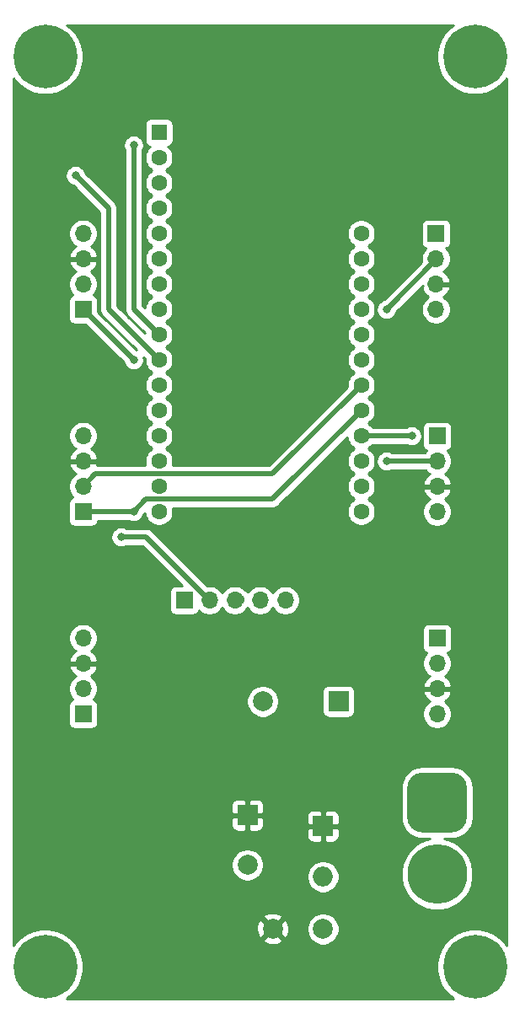
<source format=gbl>
G04 #@! TF.GenerationSoftware,KiCad,Pcbnew,(5.1.10)-1*
G04 #@! TF.CreationDate,2022-02-12T13:03:44-05:00*
G04 #@! TF.ProjectId,M5_BuggyProject,4d355f42-7567-4677-9950-726f6a656374,v1.0*
G04 #@! TF.SameCoordinates,Original*
G04 #@! TF.FileFunction,Copper,L2,Bot*
G04 #@! TF.FilePolarity,Positive*
%FSLAX46Y46*%
G04 Gerber Fmt 4.6, Leading zero omitted, Abs format (unit mm)*
G04 Created by KiCad (PCBNEW (5.1.10)-1) date 2022-02-12 13:03:44*
%MOMM*%
%LPD*%
G01*
G04 APERTURE LIST*
G04 #@! TA.AperFunction,ComponentPad*
%ADD10C,1.600000*%
G04 #@! TD*
G04 #@! TA.AperFunction,ComponentPad*
%ADD11R,1.600000X1.600000*%
G04 #@! TD*
G04 #@! TA.AperFunction,ComponentPad*
%ADD12R,1.700000X1.700000*%
G04 #@! TD*
G04 #@! TA.AperFunction,ComponentPad*
%ADD13O,1.700000X1.700000*%
G04 #@! TD*
G04 #@! TA.AperFunction,ComponentPad*
%ADD14R,2.000000X2.000000*%
G04 #@! TD*
G04 #@! TA.AperFunction,ComponentPad*
%ADD15C,2.000000*%
G04 #@! TD*
G04 #@! TA.AperFunction,ComponentPad*
%ADD16O,2.000000X2.000000*%
G04 #@! TD*
G04 #@! TA.AperFunction,ComponentPad*
%ADD17C,6.000000*%
G04 #@! TD*
G04 #@! TA.AperFunction,ComponentPad*
%ADD18C,6.400000*%
G04 #@! TD*
G04 #@! TA.AperFunction,ComponentPad*
%ADD19C,0.800000*%
G04 #@! TD*
G04 #@! TA.AperFunction,ViaPad*
%ADD20C,0.800000*%
G04 #@! TD*
G04 #@! TA.AperFunction,Conductor*
%ADD21C,0.508000*%
G04 #@! TD*
G04 #@! TA.AperFunction,Conductor*
%ADD22C,0.762000*%
G04 #@! TD*
G04 #@! TA.AperFunction,Conductor*
%ADD23C,0.254000*%
G04 #@! TD*
G04 #@! TA.AperFunction,Conductor*
%ADD24C,0.100000*%
G04 #@! TD*
G04 APERTURE END LIST*
D10*
G04 #@! TO.P,A1,16*
G04 #@! TO.N,Net-(A1-Pad16)*
X86868000Y-75946000D03*
G04 #@! TO.P,A1,15*
G04 #@! TO.N,Net-(A1-Pad15)*
X86868000Y-73406000D03*
G04 #@! TO.P,A1,14*
G04 #@! TO.N,Net-(A1-Pad14)*
X86868000Y-70866000D03*
G04 #@! TO.P,A1,13*
G04 #@! TO.N,Net-(A1-Pad13)*
X86868000Y-68326000D03*
G04 #@! TO.P,A1,12*
G04 #@! TO.N,Net-(A1-Pad12)*
X86868000Y-65786000D03*
G04 #@! TO.P,A1,11*
G04 #@! TO.N,Net-(A1-Pad11)*
X86868000Y-63246000D03*
G04 #@! TO.P,A1,10*
G04 #@! TO.N,CONFIG_L*
X86868000Y-60706000D03*
G04 #@! TO.P,A1,9*
G04 #@! TO.N,CONFIG_R*
X86868000Y-58166000D03*
G04 #@! TO.P,A1,8*
G04 #@! TO.N,CHANNEL_3*
X86868000Y-55626000D03*
G04 #@! TO.P,A1,7*
G04 #@! TO.N,CHANNEL_2*
X86868000Y-53086000D03*
G04 #@! TO.P,A1,6*
G04 #@! TO.N,CHANNEL_1*
X86868000Y-50546000D03*
G04 #@! TO.P,A1,5*
G04 #@! TO.N,Net-(A1-Pad5)*
X86868000Y-48006000D03*
G04 #@! TO.P,A1,4*
G04 #@! TO.N,GND*
X86868000Y-45466000D03*
G04 #@! TO.P,A1,3*
G04 #@! TO.N,Net-(A1-Pad3)*
X86868000Y-42926000D03*
G04 #@! TO.P,A1,2*
G04 #@! TO.N,+3V3*
X86868000Y-40386000D03*
D11*
G04 #@! TO.P,A1,1*
G04 #@! TO.N,Net-(A1-Pad1)*
X86868000Y-37846000D03*
D10*
G04 #@! TO.P,A1,28*
G04 #@! TO.N,Net-(A1-Pad28)*
X107188000Y-48006000D03*
G04 #@! TO.P,A1,27*
G04 #@! TO.N,Net-(A1-Pad27)*
X107188000Y-50546000D03*
G04 #@! TO.P,A1,26*
G04 #@! TO.N,+5V*
X107188000Y-53086000D03*
G04 #@! TO.P,A1,25*
G04 #@! TO.N,Net-(A1-Pad25)*
X107188000Y-55626000D03*
G04 #@! TO.P,A1,24*
G04 #@! TO.N,BEEP*
X107188000Y-58166000D03*
G04 #@! TO.P,A1,23*
G04 #@! TO.N,Net-(A1-Pad23)*
X107188000Y-60706000D03*
G04 #@! TO.P,A1,22*
G04 #@! TO.N,BIN2*
X107188000Y-63246000D03*
G04 #@! TO.P,A1,21*
G04 #@! TO.N,BIN1*
X107188000Y-65786000D03*
G04 #@! TO.P,A1,20*
G04 #@! TO.N,AIN1*
X107188000Y-68326000D03*
G04 #@! TO.P,A1,19*
G04 #@! TO.N,AIN2*
X107188000Y-70866000D03*
G04 #@! TO.P,A1,18*
G04 #@! TO.N,Net-(A1-Pad18)*
X107188000Y-73406000D03*
G04 #@! TO.P,A1,17*
G04 #@! TO.N,Net-(A1-Pad17)*
X107188000Y-75946000D03*
G04 #@! TD*
D12*
G04 #@! TO.P,A7,1*
G04 #@! TO.N,BIN1*
X79248000Y-96266000D03*
D13*
G04 #@! TO.P,A7,2*
G04 #@! TO.N,BIN2*
X79248000Y-93726000D03*
G04 #@! TO.P,A7,3*
G04 #@! TO.N,+10V*
X79248000Y-91186000D03*
G04 #@! TO.P,A7,4*
G04 #@! TO.N,GND*
X79248000Y-88646000D03*
G04 #@! TD*
D14*
G04 #@! TO.P,C1,1*
G04 #@! TO.N,+10V*
X95758000Y-106426000D03*
D15*
G04 #@! TO.P,C1,2*
G04 #@! TO.N,GND*
X95758000Y-111426000D03*
G04 #@! TD*
D14*
G04 #@! TO.P,D1,1*
G04 #@! TO.N,+10V*
X103352600Y-107530000D03*
D16*
G04 #@! TO.P,D1,2*
G04 #@! TO.N,VCC*
X103352600Y-112610000D03*
G04 #@! TD*
D13*
G04 #@! TO.P,A6,4*
G04 #@! TO.N,GND*
X79248000Y-68326000D03*
G04 #@! TO.P,A6,3*
G04 #@! TO.N,+10V*
X79248000Y-70866000D03*
G04 #@! TO.P,A6,2*
G04 #@! TO.N,BIN2*
X79248000Y-73406000D03*
D12*
G04 #@! TO.P,A6,1*
G04 #@! TO.N,BIN1*
X79248000Y-75946000D03*
G04 #@! TD*
D13*
G04 #@! TO.P,A4,4*
G04 #@! TO.N,GND*
X114808000Y-96266000D03*
G04 #@! TO.P,A4,3*
G04 #@! TO.N,+10V*
X114808000Y-93726000D03*
G04 #@! TO.P,A4,2*
G04 #@! TO.N,AIN2*
X114808000Y-91186000D03*
D12*
G04 #@! TO.P,A4,1*
G04 #@! TO.N,AIN1*
X114808000Y-88646000D03*
G04 #@! TD*
D13*
G04 #@! TO.P,A2,4*
G04 #@! TO.N,GND*
X114703001Y-55626000D03*
G04 #@! TO.P,A2,3*
G04 #@! TO.N,+10V*
X114703001Y-53086000D03*
G04 #@! TO.P,A2,2*
G04 #@! TO.N,AIN2*
X114703001Y-50546000D03*
D12*
G04 #@! TO.P,A2,1*
G04 #@! TO.N,AIN1*
X114703001Y-48006000D03*
G04 #@! TD*
G04 #@! TO.P,A3,1*
G04 #@! TO.N,AIN1*
X114808000Y-68326000D03*
D13*
G04 #@! TO.P,A3,2*
G04 #@! TO.N,AIN2*
X114808000Y-70866000D03*
G04 #@! TO.P,A3,3*
G04 #@! TO.N,+10V*
X114808000Y-73406000D03*
G04 #@! TO.P,A3,4*
G04 #@! TO.N,GND*
X114808000Y-75946000D03*
G04 #@! TD*
D12*
G04 #@! TO.P,A5,1*
G04 #@! TO.N,BIN1*
X79248000Y-55626000D03*
D13*
G04 #@! TO.P,A5,2*
G04 #@! TO.N,BIN2*
X79248000Y-53086000D03*
G04 #@! TO.P,A5,3*
G04 #@! TO.N,+10V*
X79248000Y-50546000D03*
G04 #@! TO.P,A5,4*
G04 #@! TO.N,GND*
X79248000Y-48006000D03*
G04 #@! TD*
D17*
G04 #@! TO.P,J1,2*
G04 #@! TO.N,VCC*
X114808000Y-112356000D03*
G04 #@! TO.P,J1,1*
G04 #@! TO.N,GND*
G04 #@! TA.AperFunction,ComponentPad*
G36*
G01*
X113308000Y-102156000D02*
X116308000Y-102156000D01*
G75*
G02*
X117808000Y-103656000I0J-1500000D01*
G01*
X117808000Y-106656000D01*
G75*
G02*
X116308000Y-108156000I-1500000J0D01*
G01*
X113308000Y-108156000D01*
G75*
G02*
X111808000Y-106656000I0J1500000D01*
G01*
X111808000Y-103656000D01*
G75*
G02*
X113308000Y-102156000I1500000J0D01*
G01*
G37*
G04 #@! TD.AperFunction*
G04 #@! TD*
D18*
G04 #@! TO.P,H1,1*
G04 #@! TO.N,GND*
X75438000Y-30226000D03*
D19*
X77838000Y-30226000D03*
X77135056Y-31923056D03*
X75438000Y-32626000D03*
X73740944Y-31923056D03*
X73038000Y-30226000D03*
X73740944Y-28528944D03*
X75438000Y-27826000D03*
X77135056Y-28528944D03*
G04 #@! TD*
G04 #@! TO.P,H2,1*
G04 #@! TO.N,GND*
X120315056Y-28528944D03*
X118618000Y-27826000D03*
X116920944Y-28528944D03*
X116218000Y-30226000D03*
X116920944Y-31923056D03*
X118618000Y-32626000D03*
X120315056Y-31923056D03*
X121018000Y-30226000D03*
D18*
X118618000Y-30226000D03*
G04 #@! TD*
D19*
G04 #@! TO.P,H3,1*
G04 #@! TO.N,GND*
X120315056Y-119968944D03*
X118618000Y-119266000D03*
X116920944Y-119968944D03*
X116218000Y-121666000D03*
X116920944Y-123363056D03*
X118618000Y-124066000D03*
X120315056Y-123363056D03*
X121018000Y-121666000D03*
D18*
X118618000Y-121666000D03*
G04 #@! TD*
G04 #@! TO.P,H4,1*
G04 #@! TO.N,GND*
X75438000Y-121666000D03*
D19*
X77838000Y-121666000D03*
X77135056Y-123363056D03*
X75438000Y-124066000D03*
X73740944Y-123363056D03*
X73038000Y-121666000D03*
X73740944Y-119968944D03*
X75438000Y-119266000D03*
X77135056Y-119968944D03*
G04 #@! TD*
D14*
G04 #@! TO.P,BZ1,1*
G04 #@! TO.N,BEEP*
X104902000Y-94996000D03*
D15*
G04 #@! TO.P,BZ1,2*
G04 #@! TO.N,GND*
X97302000Y-94996000D03*
G04 #@! TD*
G04 #@! TO.P,J2,1*
G04 #@! TO.N,VCC*
X103352600Y-117856000D03*
G04 #@! TD*
G04 #@! TO.P,J3,1*
G04 #@! TO.N,+10V*
X98298000Y-117831001D03*
G04 #@! TD*
D12*
G04 #@! TO.P,J4,1*
G04 #@! TO.N,GND*
X89408000Y-84836000D03*
D13*
G04 #@! TO.P,J4,2*
G04 #@! TO.N,+3V3*
X91948000Y-84836000D03*
G04 #@! TO.P,J4,3*
G04 #@! TO.N,CHANNEL_3*
X94488000Y-84836000D03*
G04 #@! TO.P,J4,4*
G04 #@! TO.N,CHANNEL_2*
X97028000Y-84836000D03*
G04 #@! TO.P,J4,5*
G04 #@! TO.N,CHANNEL_1*
X99568000Y-84836000D03*
G04 #@! TD*
D20*
G04 #@! TO.N,BIN1*
X84328000Y-60706000D03*
X84328000Y-75946000D03*
G04 #@! TO.N,AIN2*
X109728000Y-70866000D03*
X109728000Y-55626000D03*
G04 #@! TO.N,AIN1*
X112268000Y-68326000D03*
G04 #@! TO.N,+10V*
X80518000Y-106426000D03*
G04 #@! TO.N,CONFIG_R*
X84328000Y-39116000D03*
G04 #@! TO.N,CONFIG_L*
X78486000Y-42164000D03*
G04 #@! TO.N,+3V3*
X83058000Y-78486000D03*
G04 #@! TD*
D21*
G04 #@! TO.N,BIN2*
X80502001Y-72151999D02*
X79248000Y-73406000D01*
X98282001Y-72151999D02*
X80502001Y-72151999D01*
X107188000Y-63246000D02*
X98282001Y-72151999D01*
G04 #@! TO.N,BIN1*
X84328000Y-60706000D02*
X79248000Y-55626000D01*
X84328000Y-75946000D02*
X79248000Y-75946000D01*
X85582001Y-74691999D02*
X84328000Y-75946000D01*
X98282001Y-74691999D02*
X85582001Y-74691999D01*
X107188000Y-65786000D02*
X98282001Y-74691999D01*
G04 #@! TO.N,AIN2*
X109728000Y-70866000D02*
X114808000Y-70866000D01*
X114703001Y-50650999D02*
X114703001Y-50546000D01*
X109728000Y-55626000D02*
X114703001Y-50650999D01*
G04 #@! TO.N,AIN1*
X107188000Y-68326000D02*
X112268000Y-68326000D01*
D22*
G04 #@! TO.N,CHANNEL_3*
X94996000Y-84630198D02*
X94996000Y-84836000D01*
D21*
G04 #@! TO.N,CONFIG_R*
X86868000Y-58166000D02*
X84328000Y-55626000D01*
X84328000Y-55626000D02*
X84328000Y-39116000D01*
G04 #@! TO.N,CONFIG_L*
X86868000Y-60706000D02*
X81788000Y-55626000D01*
X78486000Y-42164000D02*
X81788000Y-45466000D01*
X81788000Y-55626000D02*
X81788000Y-45466000D01*
G04 #@! TO.N,+3V3*
X91925202Y-84836000D02*
X91948000Y-84836000D01*
X85575202Y-78486000D02*
X91925202Y-84836000D01*
X83058000Y-78486000D02*
X85575202Y-78486000D01*
G04 #@! TD*
D23*
G04 #@! TO.N,+10V*
X116173330Y-27247161D02*
X115639161Y-27781330D01*
X115219467Y-28409446D01*
X114930377Y-29107372D01*
X114783000Y-29848285D01*
X114783000Y-30603715D01*
X114930377Y-31344628D01*
X115219467Y-32042554D01*
X115639161Y-32670670D01*
X116173330Y-33204839D01*
X116801446Y-33624533D01*
X117499372Y-33913623D01*
X118240285Y-34061000D01*
X118995715Y-34061000D01*
X119736628Y-33913623D01*
X120434554Y-33624533D01*
X121062670Y-33204839D01*
X121596839Y-32670670D01*
X121780300Y-32396101D01*
X121780301Y-119495900D01*
X121596839Y-119221330D01*
X121062670Y-118687161D01*
X120434554Y-118267467D01*
X119736628Y-117978377D01*
X118995715Y-117831000D01*
X118240285Y-117831000D01*
X117499372Y-117978377D01*
X116801446Y-118267467D01*
X116173330Y-118687161D01*
X115639161Y-119221330D01*
X115219467Y-119849446D01*
X114930377Y-120547372D01*
X114783000Y-121288285D01*
X114783000Y-122043715D01*
X114930377Y-122784628D01*
X115219467Y-123482554D01*
X115639161Y-124110670D01*
X116173330Y-124644839D01*
X116447899Y-124828300D01*
X77608101Y-124828300D01*
X77882670Y-124644839D01*
X78416839Y-124110670D01*
X78836533Y-123482554D01*
X79125623Y-122784628D01*
X79273000Y-122043715D01*
X79273000Y-121288285D01*
X79125623Y-120547372D01*
X78836533Y-119849446D01*
X78416839Y-119221330D01*
X78161923Y-118966414D01*
X97342192Y-118966414D01*
X97437956Y-119230815D01*
X97727571Y-119371705D01*
X98039108Y-119453385D01*
X98360595Y-119472719D01*
X98679675Y-119428962D01*
X98984088Y-119323796D01*
X99158044Y-119230815D01*
X99253808Y-118966414D01*
X98298000Y-118010606D01*
X97342192Y-118966414D01*
X78161923Y-118966414D01*
X77882670Y-118687161D01*
X77254554Y-118267467D01*
X76556628Y-117978377D01*
X76130406Y-117893596D01*
X96656282Y-117893596D01*
X96700039Y-118212676D01*
X96805205Y-118517089D01*
X96898186Y-118691045D01*
X97162587Y-118786809D01*
X98118395Y-117831001D01*
X98477605Y-117831001D01*
X99433413Y-118786809D01*
X99697814Y-118691045D01*
X99838704Y-118401430D01*
X99920384Y-118089893D01*
X99939718Y-117768406D01*
X99929647Y-117694967D01*
X101717600Y-117694967D01*
X101717600Y-118017033D01*
X101780432Y-118332912D01*
X101903682Y-118630463D01*
X102082613Y-118898252D01*
X102310348Y-119125987D01*
X102578137Y-119304918D01*
X102875688Y-119428168D01*
X103191567Y-119491000D01*
X103513633Y-119491000D01*
X103829512Y-119428168D01*
X104127063Y-119304918D01*
X104394852Y-119125987D01*
X104622587Y-118898252D01*
X104801518Y-118630463D01*
X104924768Y-118332912D01*
X104987600Y-118017033D01*
X104987600Y-117694967D01*
X104924768Y-117379088D01*
X104801518Y-117081537D01*
X104622587Y-116813748D01*
X104394852Y-116586013D01*
X104127063Y-116407082D01*
X103829512Y-116283832D01*
X103513633Y-116221000D01*
X103191567Y-116221000D01*
X102875688Y-116283832D01*
X102578137Y-116407082D01*
X102310348Y-116586013D01*
X102082613Y-116813748D01*
X101903682Y-117081537D01*
X101780432Y-117379088D01*
X101717600Y-117694967D01*
X99929647Y-117694967D01*
X99895961Y-117449326D01*
X99790795Y-117144913D01*
X99697814Y-116970957D01*
X99433413Y-116875193D01*
X98477605Y-117831001D01*
X98118395Y-117831001D01*
X97162587Y-116875193D01*
X96898186Y-116970957D01*
X96757296Y-117260572D01*
X96675616Y-117572109D01*
X96656282Y-117893596D01*
X76130406Y-117893596D01*
X75815715Y-117831000D01*
X75060285Y-117831000D01*
X74319372Y-117978377D01*
X73621446Y-118267467D01*
X72993330Y-118687161D01*
X72459161Y-119221330D01*
X72275700Y-119495899D01*
X72275700Y-116695588D01*
X97342192Y-116695588D01*
X98298000Y-117651396D01*
X99253808Y-116695588D01*
X99158044Y-116431187D01*
X98868429Y-116290297D01*
X98556892Y-116208617D01*
X98235405Y-116189283D01*
X97916325Y-116233040D01*
X97611912Y-116338206D01*
X97437956Y-116431187D01*
X97342192Y-116695588D01*
X72275700Y-116695588D01*
X72275700Y-111264967D01*
X94123000Y-111264967D01*
X94123000Y-111587033D01*
X94185832Y-111902912D01*
X94309082Y-112200463D01*
X94488013Y-112468252D01*
X94715748Y-112695987D01*
X94983537Y-112874918D01*
X95281088Y-112998168D01*
X95596967Y-113061000D01*
X95919033Y-113061000D01*
X96234912Y-112998168D01*
X96532463Y-112874918D01*
X96800252Y-112695987D01*
X97027987Y-112468252D01*
X97040872Y-112448967D01*
X101717600Y-112448967D01*
X101717600Y-112771033D01*
X101780432Y-113086912D01*
X101903682Y-113384463D01*
X102082613Y-113652252D01*
X102310348Y-113879987D01*
X102578137Y-114058918D01*
X102875688Y-114182168D01*
X103191567Y-114245000D01*
X103513633Y-114245000D01*
X103829512Y-114182168D01*
X104127063Y-114058918D01*
X104394852Y-113879987D01*
X104622587Y-113652252D01*
X104801518Y-113384463D01*
X104924768Y-113086912D01*
X104987600Y-112771033D01*
X104987600Y-112448967D01*
X104924768Y-112133088D01*
X104801518Y-111835537D01*
X104622587Y-111567748D01*
X104394852Y-111340013D01*
X104127063Y-111161082D01*
X103829512Y-111037832D01*
X103513633Y-110975000D01*
X103191567Y-110975000D01*
X102875688Y-111037832D01*
X102578137Y-111161082D01*
X102310348Y-111340013D01*
X102082613Y-111567748D01*
X101903682Y-111835537D01*
X101780432Y-112133088D01*
X101717600Y-112448967D01*
X97040872Y-112448967D01*
X97206918Y-112200463D01*
X97330168Y-111902912D01*
X97393000Y-111587033D01*
X97393000Y-111264967D01*
X97330168Y-110949088D01*
X97206918Y-110651537D01*
X97027987Y-110383748D01*
X96800252Y-110156013D01*
X96532463Y-109977082D01*
X96234912Y-109853832D01*
X95919033Y-109791000D01*
X95596967Y-109791000D01*
X95281088Y-109853832D01*
X94983537Y-109977082D01*
X94715748Y-110156013D01*
X94488013Y-110383748D01*
X94309082Y-110651537D01*
X94185832Y-110949088D01*
X94123000Y-111264967D01*
X72275700Y-111264967D01*
X72275700Y-108530000D01*
X101714528Y-108530000D01*
X101726788Y-108654482D01*
X101763098Y-108774180D01*
X101822063Y-108884494D01*
X101901415Y-108981185D01*
X101998106Y-109060537D01*
X102108420Y-109119502D01*
X102228118Y-109155812D01*
X102352600Y-109168072D01*
X103066850Y-109165000D01*
X103225600Y-109006250D01*
X103225600Y-107657000D01*
X103479600Y-107657000D01*
X103479600Y-109006250D01*
X103638350Y-109165000D01*
X104352600Y-109168072D01*
X104477082Y-109155812D01*
X104596780Y-109119502D01*
X104707094Y-109060537D01*
X104803785Y-108981185D01*
X104883137Y-108884494D01*
X104942102Y-108774180D01*
X104978412Y-108654482D01*
X104990672Y-108530000D01*
X104987600Y-107815750D01*
X104828850Y-107657000D01*
X103479600Y-107657000D01*
X103225600Y-107657000D01*
X101876350Y-107657000D01*
X101717600Y-107815750D01*
X101714528Y-108530000D01*
X72275700Y-108530000D01*
X72275700Y-107426000D01*
X94119928Y-107426000D01*
X94132188Y-107550482D01*
X94168498Y-107670180D01*
X94227463Y-107780494D01*
X94306815Y-107877185D01*
X94403506Y-107956537D01*
X94513820Y-108015502D01*
X94633518Y-108051812D01*
X94758000Y-108064072D01*
X95472250Y-108061000D01*
X95631000Y-107902250D01*
X95631000Y-106553000D01*
X95885000Y-106553000D01*
X95885000Y-107902250D01*
X96043750Y-108061000D01*
X96758000Y-108064072D01*
X96882482Y-108051812D01*
X97002180Y-108015502D01*
X97112494Y-107956537D01*
X97209185Y-107877185D01*
X97288537Y-107780494D01*
X97347502Y-107670180D01*
X97383812Y-107550482D01*
X97396072Y-107426000D01*
X97393000Y-106711750D01*
X97234250Y-106553000D01*
X95885000Y-106553000D01*
X95631000Y-106553000D01*
X94281750Y-106553000D01*
X94123000Y-106711750D01*
X94119928Y-107426000D01*
X72275700Y-107426000D01*
X72275700Y-106530000D01*
X101714528Y-106530000D01*
X101717600Y-107244250D01*
X101876350Y-107403000D01*
X103225600Y-107403000D01*
X103225600Y-106053750D01*
X103479600Y-106053750D01*
X103479600Y-107403000D01*
X104828850Y-107403000D01*
X104987600Y-107244250D01*
X104990672Y-106530000D01*
X104978412Y-106405518D01*
X104942102Y-106285820D01*
X104883137Y-106175506D01*
X104803785Y-106078815D01*
X104707094Y-105999463D01*
X104596780Y-105940498D01*
X104477082Y-105904188D01*
X104352600Y-105891928D01*
X103638350Y-105895000D01*
X103479600Y-106053750D01*
X103225600Y-106053750D01*
X103066850Y-105895000D01*
X102352600Y-105891928D01*
X102228118Y-105904188D01*
X102108420Y-105940498D01*
X101998106Y-105999463D01*
X101901415Y-106078815D01*
X101822063Y-106175506D01*
X101763098Y-106285820D01*
X101726788Y-106405518D01*
X101714528Y-106530000D01*
X72275700Y-106530000D01*
X72275700Y-105426000D01*
X94119928Y-105426000D01*
X94123000Y-106140250D01*
X94281750Y-106299000D01*
X95631000Y-106299000D01*
X95631000Y-104949750D01*
X95885000Y-104949750D01*
X95885000Y-106299000D01*
X97234250Y-106299000D01*
X97393000Y-106140250D01*
X97396072Y-105426000D01*
X97383812Y-105301518D01*
X97347502Y-105181820D01*
X97288537Y-105071506D01*
X97209185Y-104974815D01*
X97112494Y-104895463D01*
X97002180Y-104836498D01*
X96882482Y-104800188D01*
X96758000Y-104787928D01*
X96043750Y-104791000D01*
X95885000Y-104949750D01*
X95631000Y-104949750D01*
X95472250Y-104791000D01*
X94758000Y-104787928D01*
X94633518Y-104800188D01*
X94513820Y-104836498D01*
X94403506Y-104895463D01*
X94306815Y-104974815D01*
X94227463Y-105071506D01*
X94168498Y-105181820D01*
X94132188Y-105301518D01*
X94119928Y-105426000D01*
X72275700Y-105426000D01*
X72275700Y-103656000D01*
X111169928Y-103656000D01*
X111169928Y-106656000D01*
X111211010Y-107073117D01*
X111332679Y-107474205D01*
X111530258Y-107843849D01*
X111796155Y-108167845D01*
X112120151Y-108433742D01*
X112489795Y-108631321D01*
X112890883Y-108752990D01*
X113308000Y-108794072D01*
X114082626Y-108794072D01*
X113747710Y-108860691D01*
X113086182Y-109134705D01*
X112490823Y-109532511D01*
X111984511Y-110038823D01*
X111586705Y-110634182D01*
X111312691Y-111295710D01*
X111173000Y-111997984D01*
X111173000Y-112714016D01*
X111312691Y-113416290D01*
X111586705Y-114077818D01*
X111984511Y-114673177D01*
X112490823Y-115179489D01*
X113086182Y-115577295D01*
X113747710Y-115851309D01*
X114449984Y-115991000D01*
X115166016Y-115991000D01*
X115868290Y-115851309D01*
X116529818Y-115577295D01*
X117125177Y-115179489D01*
X117631489Y-114673177D01*
X118029295Y-114077818D01*
X118303309Y-113416290D01*
X118443000Y-112714016D01*
X118443000Y-111997984D01*
X118303309Y-111295710D01*
X118029295Y-110634182D01*
X117631489Y-110038823D01*
X117125177Y-109532511D01*
X116529818Y-109134705D01*
X115868290Y-108860691D01*
X115533374Y-108794072D01*
X116308000Y-108794072D01*
X116725117Y-108752990D01*
X117126205Y-108631321D01*
X117495849Y-108433742D01*
X117819845Y-108167845D01*
X118085742Y-107843849D01*
X118283321Y-107474205D01*
X118404990Y-107073117D01*
X118446072Y-106656000D01*
X118446072Y-103656000D01*
X118404990Y-103238883D01*
X118283321Y-102837795D01*
X118085742Y-102468151D01*
X117819845Y-102144155D01*
X117495849Y-101878258D01*
X117126205Y-101680679D01*
X116725117Y-101559010D01*
X116308000Y-101517928D01*
X113308000Y-101517928D01*
X112890883Y-101559010D01*
X112489795Y-101680679D01*
X112120151Y-101878258D01*
X111796155Y-102144155D01*
X111530258Y-102468151D01*
X111332679Y-102837795D01*
X111211010Y-103238883D01*
X111169928Y-103656000D01*
X72275700Y-103656000D01*
X72275700Y-95416000D01*
X77759928Y-95416000D01*
X77759928Y-97116000D01*
X77772188Y-97240482D01*
X77808498Y-97360180D01*
X77867463Y-97470494D01*
X77946815Y-97567185D01*
X78043506Y-97646537D01*
X78153820Y-97705502D01*
X78273518Y-97741812D01*
X78398000Y-97754072D01*
X80098000Y-97754072D01*
X80222482Y-97741812D01*
X80342180Y-97705502D01*
X80452494Y-97646537D01*
X80549185Y-97567185D01*
X80628537Y-97470494D01*
X80687502Y-97360180D01*
X80723812Y-97240482D01*
X80736072Y-97116000D01*
X80736072Y-95416000D01*
X80723812Y-95291518D01*
X80687502Y-95171820D01*
X80628537Y-95061506D01*
X80549185Y-94964815D01*
X80452494Y-94885463D01*
X80358025Y-94834967D01*
X95667000Y-94834967D01*
X95667000Y-95157033D01*
X95729832Y-95472912D01*
X95853082Y-95770463D01*
X96032013Y-96038252D01*
X96259748Y-96265987D01*
X96527537Y-96444918D01*
X96825088Y-96568168D01*
X97140967Y-96631000D01*
X97463033Y-96631000D01*
X97778912Y-96568168D01*
X98076463Y-96444918D01*
X98344252Y-96265987D01*
X98571987Y-96038252D01*
X98750918Y-95770463D01*
X98874168Y-95472912D01*
X98937000Y-95157033D01*
X98937000Y-94834967D01*
X98874168Y-94519088D01*
X98750918Y-94221537D01*
X98600219Y-93996000D01*
X103263928Y-93996000D01*
X103263928Y-95996000D01*
X103276188Y-96120482D01*
X103312498Y-96240180D01*
X103371463Y-96350494D01*
X103450815Y-96447185D01*
X103547506Y-96526537D01*
X103657820Y-96585502D01*
X103777518Y-96621812D01*
X103902000Y-96634072D01*
X105902000Y-96634072D01*
X106026482Y-96621812D01*
X106146180Y-96585502D01*
X106256494Y-96526537D01*
X106353185Y-96447185D01*
X106432537Y-96350494D01*
X106491502Y-96240180D01*
X106527812Y-96120482D01*
X106527885Y-96119740D01*
X113323000Y-96119740D01*
X113323000Y-96412260D01*
X113380068Y-96699158D01*
X113492010Y-96969411D01*
X113654525Y-97212632D01*
X113861368Y-97419475D01*
X114104589Y-97581990D01*
X114374842Y-97693932D01*
X114661740Y-97751000D01*
X114954260Y-97751000D01*
X115241158Y-97693932D01*
X115511411Y-97581990D01*
X115754632Y-97419475D01*
X115961475Y-97212632D01*
X116123990Y-96969411D01*
X116235932Y-96699158D01*
X116293000Y-96412260D01*
X116293000Y-96119740D01*
X116235932Y-95832842D01*
X116123990Y-95562589D01*
X115961475Y-95319368D01*
X115754632Y-95112525D01*
X115572466Y-94990805D01*
X115689355Y-94921178D01*
X115905588Y-94726269D01*
X116079641Y-94492920D01*
X116204825Y-94230099D01*
X116249476Y-94082890D01*
X116128155Y-93853000D01*
X114935000Y-93853000D01*
X114935000Y-93873000D01*
X114681000Y-93873000D01*
X114681000Y-93853000D01*
X113487845Y-93853000D01*
X113366524Y-94082890D01*
X113411175Y-94230099D01*
X113536359Y-94492920D01*
X113710412Y-94726269D01*
X113926645Y-94921178D01*
X114043534Y-94990805D01*
X113861368Y-95112525D01*
X113654525Y-95319368D01*
X113492010Y-95562589D01*
X113380068Y-95832842D01*
X113323000Y-96119740D01*
X106527885Y-96119740D01*
X106540072Y-95996000D01*
X106540072Y-93996000D01*
X106527812Y-93871518D01*
X106491502Y-93751820D01*
X106432537Y-93641506D01*
X106353185Y-93544815D01*
X106256494Y-93465463D01*
X106146180Y-93406498D01*
X106026482Y-93370188D01*
X105902000Y-93357928D01*
X103902000Y-93357928D01*
X103777518Y-93370188D01*
X103657820Y-93406498D01*
X103547506Y-93465463D01*
X103450815Y-93544815D01*
X103371463Y-93641506D01*
X103312498Y-93751820D01*
X103276188Y-93871518D01*
X103263928Y-93996000D01*
X98600219Y-93996000D01*
X98571987Y-93953748D01*
X98344252Y-93726013D01*
X98076463Y-93547082D01*
X97778912Y-93423832D01*
X97463033Y-93361000D01*
X97140967Y-93361000D01*
X96825088Y-93423832D01*
X96527537Y-93547082D01*
X96259748Y-93726013D01*
X96032013Y-93953748D01*
X95853082Y-94221537D01*
X95729832Y-94519088D01*
X95667000Y-94834967D01*
X80358025Y-94834967D01*
X80342180Y-94826498D01*
X80269620Y-94804487D01*
X80401475Y-94672632D01*
X80563990Y-94429411D01*
X80675932Y-94159158D01*
X80733000Y-93872260D01*
X80733000Y-93579740D01*
X80675932Y-93292842D01*
X80563990Y-93022589D01*
X80401475Y-92779368D01*
X80194632Y-92572525D01*
X80012466Y-92450805D01*
X80129355Y-92381178D01*
X80345588Y-92186269D01*
X80519641Y-91952920D01*
X80644825Y-91690099D01*
X80689476Y-91542890D01*
X80568155Y-91313000D01*
X79375000Y-91313000D01*
X79375000Y-91333000D01*
X79121000Y-91333000D01*
X79121000Y-91313000D01*
X77927845Y-91313000D01*
X77806524Y-91542890D01*
X77851175Y-91690099D01*
X77976359Y-91952920D01*
X78150412Y-92186269D01*
X78366645Y-92381178D01*
X78483534Y-92450805D01*
X78301368Y-92572525D01*
X78094525Y-92779368D01*
X77932010Y-93022589D01*
X77820068Y-93292842D01*
X77763000Y-93579740D01*
X77763000Y-93872260D01*
X77820068Y-94159158D01*
X77932010Y-94429411D01*
X78094525Y-94672632D01*
X78226380Y-94804487D01*
X78153820Y-94826498D01*
X78043506Y-94885463D01*
X77946815Y-94964815D01*
X77867463Y-95061506D01*
X77808498Y-95171820D01*
X77772188Y-95291518D01*
X77759928Y-95416000D01*
X72275700Y-95416000D01*
X72275700Y-88499740D01*
X77763000Y-88499740D01*
X77763000Y-88792260D01*
X77820068Y-89079158D01*
X77932010Y-89349411D01*
X78094525Y-89592632D01*
X78301368Y-89799475D01*
X78483534Y-89921195D01*
X78366645Y-89990822D01*
X78150412Y-90185731D01*
X77976359Y-90419080D01*
X77851175Y-90681901D01*
X77806524Y-90829110D01*
X77927845Y-91059000D01*
X79121000Y-91059000D01*
X79121000Y-91039000D01*
X79375000Y-91039000D01*
X79375000Y-91059000D01*
X80568155Y-91059000D01*
X80689476Y-90829110D01*
X80644825Y-90681901D01*
X80519641Y-90419080D01*
X80345588Y-90185731D01*
X80129355Y-89990822D01*
X80012466Y-89921195D01*
X80194632Y-89799475D01*
X80401475Y-89592632D01*
X80563990Y-89349411D01*
X80675932Y-89079158D01*
X80733000Y-88792260D01*
X80733000Y-88499740D01*
X80675932Y-88212842D01*
X80563990Y-87942589D01*
X80466043Y-87796000D01*
X113319928Y-87796000D01*
X113319928Y-89496000D01*
X113332188Y-89620482D01*
X113368498Y-89740180D01*
X113427463Y-89850494D01*
X113506815Y-89947185D01*
X113603506Y-90026537D01*
X113713820Y-90085502D01*
X113786380Y-90107513D01*
X113654525Y-90239368D01*
X113492010Y-90482589D01*
X113380068Y-90752842D01*
X113323000Y-91039740D01*
X113323000Y-91332260D01*
X113380068Y-91619158D01*
X113492010Y-91889411D01*
X113654525Y-92132632D01*
X113861368Y-92339475D01*
X114043534Y-92461195D01*
X113926645Y-92530822D01*
X113710412Y-92725731D01*
X113536359Y-92959080D01*
X113411175Y-93221901D01*
X113366524Y-93369110D01*
X113487845Y-93599000D01*
X114681000Y-93599000D01*
X114681000Y-93579000D01*
X114935000Y-93579000D01*
X114935000Y-93599000D01*
X116128155Y-93599000D01*
X116249476Y-93369110D01*
X116204825Y-93221901D01*
X116079641Y-92959080D01*
X115905588Y-92725731D01*
X115689355Y-92530822D01*
X115572466Y-92461195D01*
X115754632Y-92339475D01*
X115961475Y-92132632D01*
X116123990Y-91889411D01*
X116235932Y-91619158D01*
X116293000Y-91332260D01*
X116293000Y-91039740D01*
X116235932Y-90752842D01*
X116123990Y-90482589D01*
X115961475Y-90239368D01*
X115829620Y-90107513D01*
X115902180Y-90085502D01*
X116012494Y-90026537D01*
X116109185Y-89947185D01*
X116188537Y-89850494D01*
X116247502Y-89740180D01*
X116283812Y-89620482D01*
X116296072Y-89496000D01*
X116296072Y-87796000D01*
X116283812Y-87671518D01*
X116247502Y-87551820D01*
X116188537Y-87441506D01*
X116109185Y-87344815D01*
X116012494Y-87265463D01*
X115902180Y-87206498D01*
X115782482Y-87170188D01*
X115658000Y-87157928D01*
X113958000Y-87157928D01*
X113833518Y-87170188D01*
X113713820Y-87206498D01*
X113603506Y-87265463D01*
X113506815Y-87344815D01*
X113427463Y-87441506D01*
X113368498Y-87551820D01*
X113332188Y-87671518D01*
X113319928Y-87796000D01*
X80466043Y-87796000D01*
X80401475Y-87699368D01*
X80194632Y-87492525D01*
X79951411Y-87330010D01*
X79681158Y-87218068D01*
X79394260Y-87161000D01*
X79101740Y-87161000D01*
X78814842Y-87218068D01*
X78544589Y-87330010D01*
X78301368Y-87492525D01*
X78094525Y-87699368D01*
X77932010Y-87942589D01*
X77820068Y-88212842D01*
X77763000Y-88499740D01*
X72275700Y-88499740D01*
X72275700Y-78384061D01*
X82023000Y-78384061D01*
X82023000Y-78587939D01*
X82062774Y-78787898D01*
X82140795Y-78976256D01*
X82254063Y-79145774D01*
X82398226Y-79289937D01*
X82567744Y-79403205D01*
X82756102Y-79481226D01*
X82956061Y-79521000D01*
X83159939Y-79521000D01*
X83359898Y-79481226D01*
X83548256Y-79403205D01*
X83590468Y-79375000D01*
X85206967Y-79375000D01*
X89179894Y-83347928D01*
X88558000Y-83347928D01*
X88433518Y-83360188D01*
X88313820Y-83396498D01*
X88203506Y-83455463D01*
X88106815Y-83534815D01*
X88027463Y-83631506D01*
X87968498Y-83741820D01*
X87932188Y-83861518D01*
X87919928Y-83986000D01*
X87919928Y-85686000D01*
X87932188Y-85810482D01*
X87968498Y-85930180D01*
X88027463Y-86040494D01*
X88106815Y-86137185D01*
X88203506Y-86216537D01*
X88313820Y-86275502D01*
X88433518Y-86311812D01*
X88558000Y-86324072D01*
X90258000Y-86324072D01*
X90382482Y-86311812D01*
X90502180Y-86275502D01*
X90612494Y-86216537D01*
X90709185Y-86137185D01*
X90788537Y-86040494D01*
X90847502Y-85930180D01*
X90869513Y-85857620D01*
X91001368Y-85989475D01*
X91244589Y-86151990D01*
X91514842Y-86263932D01*
X91801740Y-86321000D01*
X92094260Y-86321000D01*
X92381158Y-86263932D01*
X92651411Y-86151990D01*
X92894632Y-85989475D01*
X93101475Y-85782632D01*
X93218000Y-85608240D01*
X93334525Y-85782632D01*
X93541368Y-85989475D01*
X93784589Y-86151990D01*
X94054842Y-86263932D01*
X94341740Y-86321000D01*
X94634260Y-86321000D01*
X94921158Y-86263932D01*
X95191411Y-86151990D01*
X95434632Y-85989475D01*
X95641475Y-85782632D01*
X95758000Y-85608240D01*
X95874525Y-85782632D01*
X96081368Y-85989475D01*
X96324589Y-86151990D01*
X96594842Y-86263932D01*
X96881740Y-86321000D01*
X97174260Y-86321000D01*
X97461158Y-86263932D01*
X97731411Y-86151990D01*
X97974632Y-85989475D01*
X98181475Y-85782632D01*
X98298000Y-85608240D01*
X98414525Y-85782632D01*
X98621368Y-85989475D01*
X98864589Y-86151990D01*
X99134842Y-86263932D01*
X99421740Y-86321000D01*
X99714260Y-86321000D01*
X100001158Y-86263932D01*
X100271411Y-86151990D01*
X100514632Y-85989475D01*
X100721475Y-85782632D01*
X100883990Y-85539411D01*
X100995932Y-85269158D01*
X101053000Y-84982260D01*
X101053000Y-84689740D01*
X100995932Y-84402842D01*
X100883990Y-84132589D01*
X100721475Y-83889368D01*
X100514632Y-83682525D01*
X100271411Y-83520010D01*
X100001158Y-83408068D01*
X99714260Y-83351000D01*
X99421740Y-83351000D01*
X99134842Y-83408068D01*
X98864589Y-83520010D01*
X98621368Y-83682525D01*
X98414525Y-83889368D01*
X98298000Y-84063760D01*
X98181475Y-83889368D01*
X97974632Y-83682525D01*
X97731411Y-83520010D01*
X97461158Y-83408068D01*
X97174260Y-83351000D01*
X96881740Y-83351000D01*
X96594842Y-83408068D01*
X96324589Y-83520010D01*
X96081368Y-83682525D01*
X95874525Y-83889368D01*
X95797259Y-84005005D01*
X95717896Y-83908302D01*
X95563190Y-83781338D01*
X95499290Y-83747183D01*
X95434632Y-83682525D01*
X95191411Y-83520010D01*
X94921158Y-83408068D01*
X94634260Y-83351000D01*
X94341740Y-83351000D01*
X94054842Y-83408068D01*
X93784589Y-83520010D01*
X93541368Y-83682525D01*
X93334525Y-83889368D01*
X93218000Y-84063760D01*
X93101475Y-83889368D01*
X92894632Y-83682525D01*
X92651411Y-83520010D01*
X92381158Y-83408068D01*
X92094260Y-83351000D01*
X91801740Y-83351000D01*
X91714743Y-83368305D01*
X86234701Y-77888264D01*
X86206861Y-77854341D01*
X86071493Y-77743247D01*
X85917053Y-77660697D01*
X85749476Y-77609864D01*
X85618869Y-77597000D01*
X85618862Y-77597000D01*
X85575202Y-77592700D01*
X85531542Y-77597000D01*
X83590468Y-77597000D01*
X83548256Y-77568795D01*
X83359898Y-77490774D01*
X83159939Y-77451000D01*
X82956061Y-77451000D01*
X82756102Y-77490774D01*
X82567744Y-77568795D01*
X82398226Y-77682063D01*
X82254063Y-77826226D01*
X82140795Y-77995744D01*
X82062774Y-78184102D01*
X82023000Y-78384061D01*
X72275700Y-78384061D01*
X72275700Y-68179740D01*
X77763000Y-68179740D01*
X77763000Y-68472260D01*
X77820068Y-68759158D01*
X77932010Y-69029411D01*
X78094525Y-69272632D01*
X78301368Y-69479475D01*
X78483534Y-69601195D01*
X78366645Y-69670822D01*
X78150412Y-69865731D01*
X77976359Y-70099080D01*
X77851175Y-70361901D01*
X77806524Y-70509110D01*
X77927845Y-70739000D01*
X79121000Y-70739000D01*
X79121000Y-70719000D01*
X79375000Y-70719000D01*
X79375000Y-70739000D01*
X80568155Y-70739000D01*
X80689476Y-70509110D01*
X80644825Y-70361901D01*
X80519641Y-70099080D01*
X80345588Y-69865731D01*
X80129355Y-69670822D01*
X80012466Y-69601195D01*
X80194632Y-69479475D01*
X80401475Y-69272632D01*
X80563990Y-69029411D01*
X80675932Y-68759158D01*
X80733000Y-68472260D01*
X80733000Y-68179740D01*
X80675932Y-67892842D01*
X80563990Y-67622589D01*
X80401475Y-67379368D01*
X80194632Y-67172525D01*
X79951411Y-67010010D01*
X79681158Y-66898068D01*
X79394260Y-66841000D01*
X79101740Y-66841000D01*
X78814842Y-66898068D01*
X78544589Y-67010010D01*
X78301368Y-67172525D01*
X78094525Y-67379368D01*
X77932010Y-67622589D01*
X77820068Y-67892842D01*
X77763000Y-68179740D01*
X72275700Y-68179740D01*
X72275700Y-47859740D01*
X77763000Y-47859740D01*
X77763000Y-48152260D01*
X77820068Y-48439158D01*
X77932010Y-48709411D01*
X78094525Y-48952632D01*
X78301368Y-49159475D01*
X78483534Y-49281195D01*
X78366645Y-49350822D01*
X78150412Y-49545731D01*
X77976359Y-49779080D01*
X77851175Y-50041901D01*
X77806524Y-50189110D01*
X77927845Y-50419000D01*
X79121000Y-50419000D01*
X79121000Y-50399000D01*
X79375000Y-50399000D01*
X79375000Y-50419000D01*
X80568155Y-50419000D01*
X80689476Y-50189110D01*
X80644825Y-50041901D01*
X80519641Y-49779080D01*
X80345588Y-49545731D01*
X80129355Y-49350822D01*
X80012466Y-49281195D01*
X80194632Y-49159475D01*
X80401475Y-48952632D01*
X80563990Y-48709411D01*
X80675932Y-48439158D01*
X80733000Y-48152260D01*
X80733000Y-47859740D01*
X80675932Y-47572842D01*
X80563990Y-47302589D01*
X80401475Y-47059368D01*
X80194632Y-46852525D01*
X79951411Y-46690010D01*
X79681158Y-46578068D01*
X79394260Y-46521000D01*
X79101740Y-46521000D01*
X78814842Y-46578068D01*
X78544589Y-46690010D01*
X78301368Y-46852525D01*
X78094525Y-47059368D01*
X77932010Y-47302589D01*
X77820068Y-47572842D01*
X77763000Y-47859740D01*
X72275700Y-47859740D01*
X72275700Y-42062061D01*
X77451000Y-42062061D01*
X77451000Y-42265939D01*
X77490774Y-42465898D01*
X77568795Y-42654256D01*
X77682063Y-42823774D01*
X77826226Y-42967937D01*
X77995744Y-43081205D01*
X78184102Y-43159226D01*
X78233895Y-43169130D01*
X80899001Y-45834237D01*
X80899000Y-55582340D01*
X80894700Y-55626000D01*
X80899000Y-55669660D01*
X80899000Y-55669666D01*
X80911864Y-55800273D01*
X80962697Y-55967850D01*
X81045247Y-56122290D01*
X81156341Y-56257659D01*
X81190264Y-56285499D01*
X84611973Y-59707208D01*
X84580106Y-59700870D01*
X80736072Y-55856837D01*
X80736072Y-54776000D01*
X80723812Y-54651518D01*
X80687502Y-54531820D01*
X80628537Y-54421506D01*
X80549185Y-54324815D01*
X80452494Y-54245463D01*
X80342180Y-54186498D01*
X80269620Y-54164487D01*
X80401475Y-54032632D01*
X80563990Y-53789411D01*
X80675932Y-53519158D01*
X80733000Y-53232260D01*
X80733000Y-52939740D01*
X80675932Y-52652842D01*
X80563990Y-52382589D01*
X80401475Y-52139368D01*
X80194632Y-51932525D01*
X80012466Y-51810805D01*
X80129355Y-51741178D01*
X80345588Y-51546269D01*
X80519641Y-51312920D01*
X80644825Y-51050099D01*
X80689476Y-50902890D01*
X80568155Y-50673000D01*
X79375000Y-50673000D01*
X79375000Y-50693000D01*
X79121000Y-50693000D01*
X79121000Y-50673000D01*
X77927845Y-50673000D01*
X77806524Y-50902890D01*
X77851175Y-51050099D01*
X77976359Y-51312920D01*
X78150412Y-51546269D01*
X78366645Y-51741178D01*
X78483534Y-51810805D01*
X78301368Y-51932525D01*
X78094525Y-52139368D01*
X77932010Y-52382589D01*
X77820068Y-52652842D01*
X77763000Y-52939740D01*
X77763000Y-53232260D01*
X77820068Y-53519158D01*
X77932010Y-53789411D01*
X78094525Y-54032632D01*
X78226380Y-54164487D01*
X78153820Y-54186498D01*
X78043506Y-54245463D01*
X77946815Y-54324815D01*
X77867463Y-54421506D01*
X77808498Y-54531820D01*
X77772188Y-54651518D01*
X77759928Y-54776000D01*
X77759928Y-56476000D01*
X77772188Y-56600482D01*
X77808498Y-56720180D01*
X77867463Y-56830494D01*
X77946815Y-56927185D01*
X78043506Y-57006537D01*
X78153820Y-57065502D01*
X78273518Y-57101812D01*
X78398000Y-57114072D01*
X79478837Y-57114072D01*
X83322870Y-60958106D01*
X83332774Y-61007898D01*
X83410795Y-61196256D01*
X83524063Y-61365774D01*
X83668226Y-61509937D01*
X83837744Y-61623205D01*
X84026102Y-61701226D01*
X84226061Y-61741000D01*
X84429939Y-61741000D01*
X84629898Y-61701226D01*
X84818256Y-61623205D01*
X84987774Y-61509937D01*
X85131937Y-61365774D01*
X85245205Y-61196256D01*
X85323226Y-61007898D01*
X85363000Y-60807939D01*
X85363000Y-60604061D01*
X85326792Y-60422027D01*
X85439044Y-60534280D01*
X85433000Y-60564665D01*
X85433000Y-60847335D01*
X85488147Y-61124574D01*
X85596320Y-61385727D01*
X85753363Y-61620759D01*
X85953241Y-61820637D01*
X86185759Y-61976000D01*
X85953241Y-62131363D01*
X85753363Y-62331241D01*
X85596320Y-62566273D01*
X85488147Y-62827426D01*
X85433000Y-63104665D01*
X85433000Y-63387335D01*
X85488147Y-63664574D01*
X85596320Y-63925727D01*
X85753363Y-64160759D01*
X85953241Y-64360637D01*
X86185759Y-64516000D01*
X85953241Y-64671363D01*
X85753363Y-64871241D01*
X85596320Y-65106273D01*
X85488147Y-65367426D01*
X85433000Y-65644665D01*
X85433000Y-65927335D01*
X85488147Y-66204574D01*
X85596320Y-66465727D01*
X85753363Y-66700759D01*
X85953241Y-66900637D01*
X86185759Y-67056000D01*
X85953241Y-67211363D01*
X85753363Y-67411241D01*
X85596320Y-67646273D01*
X85488147Y-67907426D01*
X85433000Y-68184665D01*
X85433000Y-68467335D01*
X85488147Y-68744574D01*
X85596320Y-69005727D01*
X85753363Y-69240759D01*
X85953241Y-69440637D01*
X86185759Y-69596000D01*
X85953241Y-69751363D01*
X85753363Y-69951241D01*
X85596320Y-70186273D01*
X85488147Y-70447426D01*
X85433000Y-70724665D01*
X85433000Y-71007335D01*
X85483855Y-71262999D01*
X80677310Y-71262999D01*
X80689476Y-71222890D01*
X80568155Y-70993000D01*
X79375000Y-70993000D01*
X79375000Y-71013000D01*
X79121000Y-71013000D01*
X79121000Y-70993000D01*
X77927845Y-70993000D01*
X77806524Y-71222890D01*
X77851175Y-71370099D01*
X77976359Y-71632920D01*
X78150412Y-71866269D01*
X78366645Y-72061178D01*
X78483534Y-72130805D01*
X78301368Y-72252525D01*
X78094525Y-72459368D01*
X77932010Y-72702589D01*
X77820068Y-72972842D01*
X77763000Y-73259740D01*
X77763000Y-73552260D01*
X77820068Y-73839158D01*
X77932010Y-74109411D01*
X78094525Y-74352632D01*
X78226380Y-74484487D01*
X78153820Y-74506498D01*
X78043506Y-74565463D01*
X77946815Y-74644815D01*
X77867463Y-74741506D01*
X77808498Y-74851820D01*
X77772188Y-74971518D01*
X77759928Y-75096000D01*
X77759928Y-76796000D01*
X77772188Y-76920482D01*
X77808498Y-77040180D01*
X77867463Y-77150494D01*
X77946815Y-77247185D01*
X78043506Y-77326537D01*
X78153820Y-77385502D01*
X78273518Y-77421812D01*
X78398000Y-77434072D01*
X80098000Y-77434072D01*
X80222482Y-77421812D01*
X80342180Y-77385502D01*
X80452494Y-77326537D01*
X80549185Y-77247185D01*
X80628537Y-77150494D01*
X80687502Y-77040180D01*
X80723812Y-76920482D01*
X80732231Y-76835000D01*
X83795532Y-76835000D01*
X83837744Y-76863205D01*
X84026102Y-76941226D01*
X84226061Y-76981000D01*
X84429939Y-76981000D01*
X84629898Y-76941226D01*
X84818256Y-76863205D01*
X84987774Y-76749937D01*
X85131937Y-76605774D01*
X85245205Y-76436256D01*
X85323226Y-76247898D01*
X85333130Y-76198105D01*
X85434809Y-76096427D01*
X85488147Y-76364574D01*
X85596320Y-76625727D01*
X85753363Y-76860759D01*
X85953241Y-77060637D01*
X86188273Y-77217680D01*
X86449426Y-77325853D01*
X86726665Y-77381000D01*
X87009335Y-77381000D01*
X87286574Y-77325853D01*
X87547727Y-77217680D01*
X87782759Y-77060637D01*
X87982637Y-76860759D01*
X88139680Y-76625727D01*
X88247853Y-76364574D01*
X88303000Y-76087335D01*
X88303000Y-75804665D01*
X88258509Y-75580999D01*
X98238341Y-75580999D01*
X98282001Y-75585299D01*
X98325661Y-75580999D01*
X98325668Y-75580999D01*
X98456275Y-75568135D01*
X98623852Y-75517302D01*
X98778292Y-75434752D01*
X98913660Y-75323658D01*
X98941500Y-75289735D01*
X105754809Y-68476427D01*
X105808147Y-68744574D01*
X105916320Y-69005727D01*
X106073363Y-69240759D01*
X106273241Y-69440637D01*
X106505759Y-69596000D01*
X106273241Y-69751363D01*
X106073363Y-69951241D01*
X105916320Y-70186273D01*
X105808147Y-70447426D01*
X105753000Y-70724665D01*
X105753000Y-71007335D01*
X105808147Y-71284574D01*
X105916320Y-71545727D01*
X106073363Y-71780759D01*
X106273241Y-71980637D01*
X106505759Y-72136000D01*
X106273241Y-72291363D01*
X106073363Y-72491241D01*
X105916320Y-72726273D01*
X105808147Y-72987426D01*
X105753000Y-73264665D01*
X105753000Y-73547335D01*
X105808147Y-73824574D01*
X105916320Y-74085727D01*
X106073363Y-74320759D01*
X106273241Y-74520637D01*
X106505759Y-74676000D01*
X106273241Y-74831363D01*
X106073363Y-75031241D01*
X105916320Y-75266273D01*
X105808147Y-75527426D01*
X105753000Y-75804665D01*
X105753000Y-76087335D01*
X105808147Y-76364574D01*
X105916320Y-76625727D01*
X106073363Y-76860759D01*
X106273241Y-77060637D01*
X106508273Y-77217680D01*
X106769426Y-77325853D01*
X107046665Y-77381000D01*
X107329335Y-77381000D01*
X107606574Y-77325853D01*
X107867727Y-77217680D01*
X108102759Y-77060637D01*
X108302637Y-76860759D01*
X108459680Y-76625727D01*
X108567853Y-76364574D01*
X108623000Y-76087335D01*
X108623000Y-75804665D01*
X108622021Y-75799740D01*
X113323000Y-75799740D01*
X113323000Y-76092260D01*
X113380068Y-76379158D01*
X113492010Y-76649411D01*
X113654525Y-76892632D01*
X113861368Y-77099475D01*
X114104589Y-77261990D01*
X114374842Y-77373932D01*
X114661740Y-77431000D01*
X114954260Y-77431000D01*
X115241158Y-77373932D01*
X115511411Y-77261990D01*
X115754632Y-77099475D01*
X115961475Y-76892632D01*
X116123990Y-76649411D01*
X116235932Y-76379158D01*
X116293000Y-76092260D01*
X116293000Y-75799740D01*
X116235932Y-75512842D01*
X116123990Y-75242589D01*
X115961475Y-74999368D01*
X115754632Y-74792525D01*
X115572466Y-74670805D01*
X115689355Y-74601178D01*
X115905588Y-74406269D01*
X116079641Y-74172920D01*
X116204825Y-73910099D01*
X116249476Y-73762890D01*
X116128155Y-73533000D01*
X114935000Y-73533000D01*
X114935000Y-73553000D01*
X114681000Y-73553000D01*
X114681000Y-73533000D01*
X113487845Y-73533000D01*
X113366524Y-73762890D01*
X113411175Y-73910099D01*
X113536359Y-74172920D01*
X113710412Y-74406269D01*
X113926645Y-74601178D01*
X114043534Y-74670805D01*
X113861368Y-74792525D01*
X113654525Y-74999368D01*
X113492010Y-75242589D01*
X113380068Y-75512842D01*
X113323000Y-75799740D01*
X108622021Y-75799740D01*
X108567853Y-75527426D01*
X108459680Y-75266273D01*
X108302637Y-75031241D01*
X108102759Y-74831363D01*
X107870241Y-74676000D01*
X108102759Y-74520637D01*
X108302637Y-74320759D01*
X108459680Y-74085727D01*
X108567853Y-73824574D01*
X108623000Y-73547335D01*
X108623000Y-73264665D01*
X108567853Y-72987426D01*
X108459680Y-72726273D01*
X108302637Y-72491241D01*
X108102759Y-72291363D01*
X107870241Y-72136000D01*
X108102759Y-71980637D01*
X108302637Y-71780759D01*
X108459680Y-71545727D01*
X108567853Y-71284574D01*
X108623000Y-71007335D01*
X108623000Y-70764061D01*
X108693000Y-70764061D01*
X108693000Y-70967939D01*
X108732774Y-71167898D01*
X108810795Y-71356256D01*
X108924063Y-71525774D01*
X109068226Y-71669937D01*
X109237744Y-71783205D01*
X109426102Y-71861226D01*
X109626061Y-71901000D01*
X109829939Y-71901000D01*
X110029898Y-71861226D01*
X110218256Y-71783205D01*
X110260468Y-71755000D01*
X113616017Y-71755000D01*
X113654525Y-71812632D01*
X113861368Y-72019475D01*
X114043534Y-72141195D01*
X113926645Y-72210822D01*
X113710412Y-72405731D01*
X113536359Y-72639080D01*
X113411175Y-72901901D01*
X113366524Y-73049110D01*
X113487845Y-73279000D01*
X114681000Y-73279000D01*
X114681000Y-73259000D01*
X114935000Y-73259000D01*
X114935000Y-73279000D01*
X116128155Y-73279000D01*
X116249476Y-73049110D01*
X116204825Y-72901901D01*
X116079641Y-72639080D01*
X115905588Y-72405731D01*
X115689355Y-72210822D01*
X115572466Y-72141195D01*
X115754632Y-72019475D01*
X115961475Y-71812632D01*
X116123990Y-71569411D01*
X116235932Y-71299158D01*
X116293000Y-71012260D01*
X116293000Y-70719740D01*
X116235932Y-70432842D01*
X116123990Y-70162589D01*
X115961475Y-69919368D01*
X115829620Y-69787513D01*
X115902180Y-69765502D01*
X116012494Y-69706537D01*
X116109185Y-69627185D01*
X116188537Y-69530494D01*
X116247502Y-69420180D01*
X116283812Y-69300482D01*
X116296072Y-69176000D01*
X116296072Y-67476000D01*
X116283812Y-67351518D01*
X116247502Y-67231820D01*
X116188537Y-67121506D01*
X116109185Y-67024815D01*
X116012494Y-66945463D01*
X115902180Y-66886498D01*
X115782482Y-66850188D01*
X115658000Y-66837928D01*
X113958000Y-66837928D01*
X113833518Y-66850188D01*
X113713820Y-66886498D01*
X113603506Y-66945463D01*
X113506815Y-67024815D01*
X113427463Y-67121506D01*
X113368498Y-67231820D01*
X113332188Y-67351518D01*
X113319928Y-67476000D01*
X113319928Y-69176000D01*
X113332188Y-69300482D01*
X113368498Y-69420180D01*
X113427463Y-69530494D01*
X113506815Y-69627185D01*
X113603506Y-69706537D01*
X113713820Y-69765502D01*
X113786380Y-69787513D01*
X113654525Y-69919368D01*
X113616017Y-69977000D01*
X110260468Y-69977000D01*
X110218256Y-69948795D01*
X110029898Y-69870774D01*
X109829939Y-69831000D01*
X109626061Y-69831000D01*
X109426102Y-69870774D01*
X109237744Y-69948795D01*
X109068226Y-70062063D01*
X108924063Y-70206226D01*
X108810795Y-70375744D01*
X108732774Y-70564102D01*
X108693000Y-70764061D01*
X108623000Y-70764061D01*
X108623000Y-70724665D01*
X108567853Y-70447426D01*
X108459680Y-70186273D01*
X108302637Y-69951241D01*
X108102759Y-69751363D01*
X107870241Y-69596000D01*
X108102759Y-69440637D01*
X108302637Y-69240759D01*
X108319849Y-69215000D01*
X111735532Y-69215000D01*
X111777744Y-69243205D01*
X111966102Y-69321226D01*
X112166061Y-69361000D01*
X112369939Y-69361000D01*
X112569898Y-69321226D01*
X112758256Y-69243205D01*
X112927774Y-69129937D01*
X113071937Y-68985774D01*
X113185205Y-68816256D01*
X113263226Y-68627898D01*
X113303000Y-68427939D01*
X113303000Y-68224061D01*
X113263226Y-68024102D01*
X113185205Y-67835744D01*
X113071937Y-67666226D01*
X112927774Y-67522063D01*
X112758256Y-67408795D01*
X112569898Y-67330774D01*
X112369939Y-67291000D01*
X112166061Y-67291000D01*
X111966102Y-67330774D01*
X111777744Y-67408795D01*
X111735532Y-67437000D01*
X108319849Y-67437000D01*
X108302637Y-67411241D01*
X108102759Y-67211363D01*
X107870241Y-67056000D01*
X108102759Y-66900637D01*
X108302637Y-66700759D01*
X108459680Y-66465727D01*
X108567853Y-66204574D01*
X108623000Y-65927335D01*
X108623000Y-65644665D01*
X108567853Y-65367426D01*
X108459680Y-65106273D01*
X108302637Y-64871241D01*
X108102759Y-64671363D01*
X107870241Y-64516000D01*
X108102759Y-64360637D01*
X108302637Y-64160759D01*
X108459680Y-63925727D01*
X108567853Y-63664574D01*
X108623000Y-63387335D01*
X108623000Y-63104665D01*
X108567853Y-62827426D01*
X108459680Y-62566273D01*
X108302637Y-62331241D01*
X108102759Y-62131363D01*
X107870241Y-61976000D01*
X108102759Y-61820637D01*
X108302637Y-61620759D01*
X108459680Y-61385727D01*
X108567853Y-61124574D01*
X108623000Y-60847335D01*
X108623000Y-60564665D01*
X108567853Y-60287426D01*
X108459680Y-60026273D01*
X108302637Y-59791241D01*
X108102759Y-59591363D01*
X107870241Y-59436000D01*
X108102759Y-59280637D01*
X108302637Y-59080759D01*
X108459680Y-58845727D01*
X108567853Y-58584574D01*
X108623000Y-58307335D01*
X108623000Y-58024665D01*
X108567853Y-57747426D01*
X108459680Y-57486273D01*
X108302637Y-57251241D01*
X108102759Y-57051363D01*
X107870241Y-56896000D01*
X108102759Y-56740637D01*
X108302637Y-56540759D01*
X108459680Y-56305727D01*
X108567853Y-56044574D01*
X108623000Y-55767335D01*
X108623000Y-55524061D01*
X108693000Y-55524061D01*
X108693000Y-55727939D01*
X108732774Y-55927898D01*
X108810795Y-56116256D01*
X108924063Y-56285774D01*
X109068226Y-56429937D01*
X109237744Y-56543205D01*
X109426102Y-56621226D01*
X109626061Y-56661000D01*
X109829939Y-56661000D01*
X110029898Y-56621226D01*
X110218256Y-56543205D01*
X110387774Y-56429937D01*
X110531937Y-56285774D01*
X110645205Y-56116256D01*
X110723226Y-55927898D01*
X110733130Y-55878105D01*
X113365649Y-53245587D01*
X113261525Y-53442890D01*
X113306176Y-53590099D01*
X113431360Y-53852920D01*
X113605413Y-54086269D01*
X113821646Y-54281178D01*
X113938535Y-54350805D01*
X113756369Y-54472525D01*
X113549526Y-54679368D01*
X113387011Y-54922589D01*
X113275069Y-55192842D01*
X113218001Y-55479740D01*
X113218001Y-55772260D01*
X113275069Y-56059158D01*
X113387011Y-56329411D01*
X113549526Y-56572632D01*
X113756369Y-56779475D01*
X113999590Y-56941990D01*
X114269843Y-57053932D01*
X114556741Y-57111000D01*
X114849261Y-57111000D01*
X115136159Y-57053932D01*
X115406412Y-56941990D01*
X115649633Y-56779475D01*
X115856476Y-56572632D01*
X116018991Y-56329411D01*
X116130933Y-56059158D01*
X116188001Y-55772260D01*
X116188001Y-55479740D01*
X116130933Y-55192842D01*
X116018991Y-54922589D01*
X115856476Y-54679368D01*
X115649633Y-54472525D01*
X115467467Y-54350805D01*
X115584356Y-54281178D01*
X115800589Y-54086269D01*
X115974642Y-53852920D01*
X116099826Y-53590099D01*
X116144477Y-53442890D01*
X116023156Y-53213000D01*
X114830001Y-53213000D01*
X114830001Y-53233000D01*
X114576001Y-53233000D01*
X114576001Y-53213000D01*
X114556001Y-53213000D01*
X114556001Y-52959000D01*
X114576001Y-52959000D01*
X114576001Y-52939000D01*
X114830001Y-52939000D01*
X114830001Y-52959000D01*
X116023156Y-52959000D01*
X116144477Y-52729110D01*
X116099826Y-52581901D01*
X115974642Y-52319080D01*
X115800589Y-52085731D01*
X115584356Y-51890822D01*
X115467467Y-51821195D01*
X115649633Y-51699475D01*
X115856476Y-51492632D01*
X116018991Y-51249411D01*
X116130933Y-50979158D01*
X116188001Y-50692260D01*
X116188001Y-50399740D01*
X116130933Y-50112842D01*
X116018991Y-49842589D01*
X115856476Y-49599368D01*
X115724621Y-49467513D01*
X115797181Y-49445502D01*
X115907495Y-49386537D01*
X116004186Y-49307185D01*
X116083538Y-49210494D01*
X116142503Y-49100180D01*
X116178813Y-48980482D01*
X116191073Y-48856000D01*
X116191073Y-47156000D01*
X116178813Y-47031518D01*
X116142503Y-46911820D01*
X116083538Y-46801506D01*
X116004186Y-46704815D01*
X115907495Y-46625463D01*
X115797181Y-46566498D01*
X115677483Y-46530188D01*
X115553001Y-46517928D01*
X113853001Y-46517928D01*
X113728519Y-46530188D01*
X113608821Y-46566498D01*
X113498507Y-46625463D01*
X113401816Y-46704815D01*
X113322464Y-46801506D01*
X113263499Y-46911820D01*
X113227189Y-47031518D01*
X113214929Y-47156000D01*
X113214929Y-48856000D01*
X113227189Y-48980482D01*
X113263499Y-49100180D01*
X113322464Y-49210494D01*
X113401816Y-49307185D01*
X113498507Y-49386537D01*
X113608821Y-49445502D01*
X113681381Y-49467513D01*
X113549526Y-49599368D01*
X113387011Y-49842589D01*
X113275069Y-50112842D01*
X113218001Y-50399740D01*
X113218001Y-50692260D01*
X113248944Y-50847820D01*
X109475895Y-54620870D01*
X109426102Y-54630774D01*
X109237744Y-54708795D01*
X109068226Y-54822063D01*
X108924063Y-54966226D01*
X108810795Y-55135744D01*
X108732774Y-55324102D01*
X108693000Y-55524061D01*
X108623000Y-55524061D01*
X108623000Y-55484665D01*
X108567853Y-55207426D01*
X108459680Y-54946273D01*
X108302637Y-54711241D01*
X108102759Y-54511363D01*
X107870241Y-54356000D01*
X108102759Y-54200637D01*
X108302637Y-54000759D01*
X108459680Y-53765727D01*
X108567853Y-53504574D01*
X108623000Y-53227335D01*
X108623000Y-52944665D01*
X108567853Y-52667426D01*
X108459680Y-52406273D01*
X108302637Y-52171241D01*
X108102759Y-51971363D01*
X107870241Y-51816000D01*
X108102759Y-51660637D01*
X108302637Y-51460759D01*
X108459680Y-51225727D01*
X108567853Y-50964574D01*
X108623000Y-50687335D01*
X108623000Y-50404665D01*
X108567853Y-50127426D01*
X108459680Y-49866273D01*
X108302637Y-49631241D01*
X108102759Y-49431363D01*
X107870241Y-49276000D01*
X108102759Y-49120637D01*
X108302637Y-48920759D01*
X108459680Y-48685727D01*
X108567853Y-48424574D01*
X108623000Y-48147335D01*
X108623000Y-47864665D01*
X108567853Y-47587426D01*
X108459680Y-47326273D01*
X108302637Y-47091241D01*
X108102759Y-46891363D01*
X107867727Y-46734320D01*
X107606574Y-46626147D01*
X107329335Y-46571000D01*
X107046665Y-46571000D01*
X106769426Y-46626147D01*
X106508273Y-46734320D01*
X106273241Y-46891363D01*
X106073363Y-47091241D01*
X105916320Y-47326273D01*
X105808147Y-47587426D01*
X105753000Y-47864665D01*
X105753000Y-48147335D01*
X105808147Y-48424574D01*
X105916320Y-48685727D01*
X106073363Y-48920759D01*
X106273241Y-49120637D01*
X106505759Y-49276000D01*
X106273241Y-49431363D01*
X106073363Y-49631241D01*
X105916320Y-49866273D01*
X105808147Y-50127426D01*
X105753000Y-50404665D01*
X105753000Y-50687335D01*
X105808147Y-50964574D01*
X105916320Y-51225727D01*
X106073363Y-51460759D01*
X106273241Y-51660637D01*
X106505759Y-51816000D01*
X106273241Y-51971363D01*
X106073363Y-52171241D01*
X105916320Y-52406273D01*
X105808147Y-52667426D01*
X105753000Y-52944665D01*
X105753000Y-53227335D01*
X105808147Y-53504574D01*
X105916320Y-53765727D01*
X106073363Y-54000759D01*
X106273241Y-54200637D01*
X106505759Y-54356000D01*
X106273241Y-54511363D01*
X106073363Y-54711241D01*
X105916320Y-54946273D01*
X105808147Y-55207426D01*
X105753000Y-55484665D01*
X105753000Y-55767335D01*
X105808147Y-56044574D01*
X105916320Y-56305727D01*
X106073363Y-56540759D01*
X106273241Y-56740637D01*
X106505759Y-56896000D01*
X106273241Y-57051363D01*
X106073363Y-57251241D01*
X105916320Y-57486273D01*
X105808147Y-57747426D01*
X105753000Y-58024665D01*
X105753000Y-58307335D01*
X105808147Y-58584574D01*
X105916320Y-58845727D01*
X106073363Y-59080759D01*
X106273241Y-59280637D01*
X106505759Y-59436000D01*
X106273241Y-59591363D01*
X106073363Y-59791241D01*
X105916320Y-60026273D01*
X105808147Y-60287426D01*
X105753000Y-60564665D01*
X105753000Y-60847335D01*
X105808147Y-61124574D01*
X105916320Y-61385727D01*
X106073363Y-61620759D01*
X106273241Y-61820637D01*
X106505759Y-61976000D01*
X106273241Y-62131363D01*
X106073363Y-62331241D01*
X105916320Y-62566273D01*
X105808147Y-62827426D01*
X105753000Y-63104665D01*
X105753000Y-63387335D01*
X105759044Y-63417720D01*
X97913766Y-71262999D01*
X88252145Y-71262999D01*
X88303000Y-71007335D01*
X88303000Y-70724665D01*
X88247853Y-70447426D01*
X88139680Y-70186273D01*
X87982637Y-69951241D01*
X87782759Y-69751363D01*
X87550241Y-69596000D01*
X87782759Y-69440637D01*
X87982637Y-69240759D01*
X88139680Y-69005727D01*
X88247853Y-68744574D01*
X88303000Y-68467335D01*
X88303000Y-68184665D01*
X88247853Y-67907426D01*
X88139680Y-67646273D01*
X87982637Y-67411241D01*
X87782759Y-67211363D01*
X87550241Y-67056000D01*
X87782759Y-66900637D01*
X87982637Y-66700759D01*
X88139680Y-66465727D01*
X88247853Y-66204574D01*
X88303000Y-65927335D01*
X88303000Y-65644665D01*
X88247853Y-65367426D01*
X88139680Y-65106273D01*
X87982637Y-64871241D01*
X87782759Y-64671363D01*
X87550241Y-64516000D01*
X87782759Y-64360637D01*
X87982637Y-64160759D01*
X88139680Y-63925727D01*
X88247853Y-63664574D01*
X88303000Y-63387335D01*
X88303000Y-63104665D01*
X88247853Y-62827426D01*
X88139680Y-62566273D01*
X87982637Y-62331241D01*
X87782759Y-62131363D01*
X87550241Y-61976000D01*
X87782759Y-61820637D01*
X87982637Y-61620759D01*
X88139680Y-61385727D01*
X88247853Y-61124574D01*
X88303000Y-60847335D01*
X88303000Y-60564665D01*
X88247853Y-60287426D01*
X88139680Y-60026273D01*
X87982637Y-59791241D01*
X87782759Y-59591363D01*
X87550241Y-59436000D01*
X87782759Y-59280637D01*
X87982637Y-59080759D01*
X88139680Y-58845727D01*
X88247853Y-58584574D01*
X88303000Y-58307335D01*
X88303000Y-58024665D01*
X88247853Y-57747426D01*
X88139680Y-57486273D01*
X87982637Y-57251241D01*
X87782759Y-57051363D01*
X87550241Y-56896000D01*
X87782759Y-56740637D01*
X87982637Y-56540759D01*
X88139680Y-56305727D01*
X88247853Y-56044574D01*
X88303000Y-55767335D01*
X88303000Y-55484665D01*
X88247853Y-55207426D01*
X88139680Y-54946273D01*
X87982637Y-54711241D01*
X87782759Y-54511363D01*
X87550241Y-54356000D01*
X87782759Y-54200637D01*
X87982637Y-54000759D01*
X88139680Y-53765727D01*
X88247853Y-53504574D01*
X88303000Y-53227335D01*
X88303000Y-52944665D01*
X88247853Y-52667426D01*
X88139680Y-52406273D01*
X87982637Y-52171241D01*
X87782759Y-51971363D01*
X87550241Y-51816000D01*
X87782759Y-51660637D01*
X87982637Y-51460759D01*
X88139680Y-51225727D01*
X88247853Y-50964574D01*
X88303000Y-50687335D01*
X88303000Y-50404665D01*
X88247853Y-50127426D01*
X88139680Y-49866273D01*
X87982637Y-49631241D01*
X87782759Y-49431363D01*
X87550241Y-49276000D01*
X87782759Y-49120637D01*
X87982637Y-48920759D01*
X88139680Y-48685727D01*
X88247853Y-48424574D01*
X88303000Y-48147335D01*
X88303000Y-47864665D01*
X88247853Y-47587426D01*
X88139680Y-47326273D01*
X87982637Y-47091241D01*
X87782759Y-46891363D01*
X87550241Y-46736000D01*
X87782759Y-46580637D01*
X87982637Y-46380759D01*
X88139680Y-46145727D01*
X88247853Y-45884574D01*
X88303000Y-45607335D01*
X88303000Y-45324665D01*
X88247853Y-45047426D01*
X88139680Y-44786273D01*
X87982637Y-44551241D01*
X87782759Y-44351363D01*
X87550241Y-44196000D01*
X87782759Y-44040637D01*
X87982637Y-43840759D01*
X88139680Y-43605727D01*
X88247853Y-43344574D01*
X88303000Y-43067335D01*
X88303000Y-42784665D01*
X88247853Y-42507426D01*
X88139680Y-42246273D01*
X87982637Y-42011241D01*
X87782759Y-41811363D01*
X87550241Y-41656000D01*
X87782759Y-41500637D01*
X87982637Y-41300759D01*
X88139680Y-41065727D01*
X88247853Y-40804574D01*
X88303000Y-40527335D01*
X88303000Y-40244665D01*
X88247853Y-39967426D01*
X88139680Y-39706273D01*
X87982637Y-39471241D01*
X87784039Y-39272643D01*
X87792482Y-39271812D01*
X87912180Y-39235502D01*
X88022494Y-39176537D01*
X88119185Y-39097185D01*
X88198537Y-39000494D01*
X88257502Y-38890180D01*
X88293812Y-38770482D01*
X88306072Y-38646000D01*
X88306072Y-37046000D01*
X88293812Y-36921518D01*
X88257502Y-36801820D01*
X88198537Y-36691506D01*
X88119185Y-36594815D01*
X88022494Y-36515463D01*
X87912180Y-36456498D01*
X87792482Y-36420188D01*
X87668000Y-36407928D01*
X86068000Y-36407928D01*
X85943518Y-36420188D01*
X85823820Y-36456498D01*
X85713506Y-36515463D01*
X85616815Y-36594815D01*
X85537463Y-36691506D01*
X85478498Y-36801820D01*
X85442188Y-36921518D01*
X85429928Y-37046000D01*
X85429928Y-38646000D01*
X85442188Y-38770482D01*
X85478498Y-38890180D01*
X85537463Y-39000494D01*
X85616815Y-39097185D01*
X85713506Y-39176537D01*
X85823820Y-39235502D01*
X85943518Y-39271812D01*
X85951961Y-39272643D01*
X85753363Y-39471241D01*
X85596320Y-39706273D01*
X85488147Y-39967426D01*
X85433000Y-40244665D01*
X85433000Y-40527335D01*
X85488147Y-40804574D01*
X85596320Y-41065727D01*
X85753363Y-41300759D01*
X85953241Y-41500637D01*
X86185759Y-41656000D01*
X85953241Y-41811363D01*
X85753363Y-42011241D01*
X85596320Y-42246273D01*
X85488147Y-42507426D01*
X85433000Y-42784665D01*
X85433000Y-43067335D01*
X85488147Y-43344574D01*
X85596320Y-43605727D01*
X85753363Y-43840759D01*
X85953241Y-44040637D01*
X86185759Y-44196000D01*
X85953241Y-44351363D01*
X85753363Y-44551241D01*
X85596320Y-44786273D01*
X85488147Y-45047426D01*
X85433000Y-45324665D01*
X85433000Y-45607335D01*
X85488147Y-45884574D01*
X85596320Y-46145727D01*
X85753363Y-46380759D01*
X85953241Y-46580637D01*
X86185759Y-46736000D01*
X85953241Y-46891363D01*
X85753363Y-47091241D01*
X85596320Y-47326273D01*
X85488147Y-47587426D01*
X85433000Y-47864665D01*
X85433000Y-48147335D01*
X85488147Y-48424574D01*
X85596320Y-48685727D01*
X85753363Y-48920759D01*
X85953241Y-49120637D01*
X86185759Y-49276000D01*
X85953241Y-49431363D01*
X85753363Y-49631241D01*
X85596320Y-49866273D01*
X85488147Y-50127426D01*
X85433000Y-50404665D01*
X85433000Y-50687335D01*
X85488147Y-50964574D01*
X85596320Y-51225727D01*
X85753363Y-51460759D01*
X85953241Y-51660637D01*
X86185759Y-51816000D01*
X85953241Y-51971363D01*
X85753363Y-52171241D01*
X85596320Y-52406273D01*
X85488147Y-52667426D01*
X85433000Y-52944665D01*
X85433000Y-53227335D01*
X85488147Y-53504574D01*
X85596320Y-53765727D01*
X85753363Y-54000759D01*
X85953241Y-54200637D01*
X86185759Y-54356000D01*
X85953241Y-54511363D01*
X85753363Y-54711241D01*
X85596320Y-54946273D01*
X85488147Y-55207426D01*
X85434808Y-55475573D01*
X85217000Y-55257765D01*
X85217000Y-39648468D01*
X85245205Y-39606256D01*
X85323226Y-39417898D01*
X85363000Y-39217939D01*
X85363000Y-39014061D01*
X85323226Y-38814102D01*
X85245205Y-38625744D01*
X85131937Y-38456226D01*
X84987774Y-38312063D01*
X84818256Y-38198795D01*
X84629898Y-38120774D01*
X84429939Y-38081000D01*
X84226061Y-38081000D01*
X84026102Y-38120774D01*
X83837744Y-38198795D01*
X83668226Y-38312063D01*
X83524063Y-38456226D01*
X83410795Y-38625744D01*
X83332774Y-38814102D01*
X83293000Y-39014061D01*
X83293000Y-39217939D01*
X83332774Y-39417898D01*
X83410795Y-39606256D01*
X83439001Y-39648469D01*
X83439000Y-55582340D01*
X83434700Y-55626000D01*
X83439000Y-55669660D01*
X83439000Y-55669666D01*
X83451864Y-55800273D01*
X83502697Y-55967850D01*
X83585247Y-56122290D01*
X83696341Y-56257659D01*
X83730264Y-56285499D01*
X85439044Y-57994280D01*
X85434809Y-58015573D01*
X82677000Y-55257765D01*
X82677000Y-45509659D01*
X82681300Y-45465999D01*
X82677000Y-45422339D01*
X82677000Y-45422333D01*
X82664136Y-45291726D01*
X82664136Y-45291724D01*
X82613302Y-45124147D01*
X82609589Y-45117200D01*
X82530753Y-44969709D01*
X82419659Y-44834341D01*
X82385742Y-44806506D01*
X79491130Y-41911895D01*
X79481226Y-41862102D01*
X79403205Y-41673744D01*
X79289937Y-41504226D01*
X79145774Y-41360063D01*
X78976256Y-41246795D01*
X78787898Y-41168774D01*
X78587939Y-41129000D01*
X78384061Y-41129000D01*
X78184102Y-41168774D01*
X77995744Y-41246795D01*
X77826226Y-41360063D01*
X77682063Y-41504226D01*
X77568795Y-41673744D01*
X77490774Y-41862102D01*
X77451000Y-42062061D01*
X72275700Y-42062061D01*
X72275700Y-32396101D01*
X72459161Y-32670670D01*
X72993330Y-33204839D01*
X73621446Y-33624533D01*
X74319372Y-33913623D01*
X75060285Y-34061000D01*
X75815715Y-34061000D01*
X76556628Y-33913623D01*
X77254554Y-33624533D01*
X77882670Y-33204839D01*
X78416839Y-32670670D01*
X78836533Y-32042554D01*
X79125623Y-31344628D01*
X79273000Y-30603715D01*
X79273000Y-29848285D01*
X79125623Y-29107372D01*
X78836533Y-28409446D01*
X78416839Y-27781330D01*
X77882670Y-27247161D01*
X77608101Y-27063700D01*
X116447899Y-27063700D01*
X116173330Y-27247161D01*
G04 #@! TA.AperFunction,Conductor*
D24*
G36*
X116173330Y-27247161D02*
G01*
X115639161Y-27781330D01*
X115219467Y-28409446D01*
X114930377Y-29107372D01*
X114783000Y-29848285D01*
X114783000Y-30603715D01*
X114930377Y-31344628D01*
X115219467Y-32042554D01*
X115639161Y-32670670D01*
X116173330Y-33204839D01*
X116801446Y-33624533D01*
X117499372Y-33913623D01*
X118240285Y-34061000D01*
X118995715Y-34061000D01*
X119736628Y-33913623D01*
X120434554Y-33624533D01*
X121062670Y-33204839D01*
X121596839Y-32670670D01*
X121780300Y-32396101D01*
X121780301Y-119495900D01*
X121596839Y-119221330D01*
X121062670Y-118687161D01*
X120434554Y-118267467D01*
X119736628Y-117978377D01*
X118995715Y-117831000D01*
X118240285Y-117831000D01*
X117499372Y-117978377D01*
X116801446Y-118267467D01*
X116173330Y-118687161D01*
X115639161Y-119221330D01*
X115219467Y-119849446D01*
X114930377Y-120547372D01*
X114783000Y-121288285D01*
X114783000Y-122043715D01*
X114930377Y-122784628D01*
X115219467Y-123482554D01*
X115639161Y-124110670D01*
X116173330Y-124644839D01*
X116447899Y-124828300D01*
X77608101Y-124828300D01*
X77882670Y-124644839D01*
X78416839Y-124110670D01*
X78836533Y-123482554D01*
X79125623Y-122784628D01*
X79273000Y-122043715D01*
X79273000Y-121288285D01*
X79125623Y-120547372D01*
X78836533Y-119849446D01*
X78416839Y-119221330D01*
X78161923Y-118966414D01*
X97342192Y-118966414D01*
X97437956Y-119230815D01*
X97727571Y-119371705D01*
X98039108Y-119453385D01*
X98360595Y-119472719D01*
X98679675Y-119428962D01*
X98984088Y-119323796D01*
X99158044Y-119230815D01*
X99253808Y-118966414D01*
X98298000Y-118010606D01*
X97342192Y-118966414D01*
X78161923Y-118966414D01*
X77882670Y-118687161D01*
X77254554Y-118267467D01*
X76556628Y-117978377D01*
X76130406Y-117893596D01*
X96656282Y-117893596D01*
X96700039Y-118212676D01*
X96805205Y-118517089D01*
X96898186Y-118691045D01*
X97162587Y-118786809D01*
X98118395Y-117831001D01*
X98477605Y-117831001D01*
X99433413Y-118786809D01*
X99697814Y-118691045D01*
X99838704Y-118401430D01*
X99920384Y-118089893D01*
X99939718Y-117768406D01*
X99929647Y-117694967D01*
X101717600Y-117694967D01*
X101717600Y-118017033D01*
X101780432Y-118332912D01*
X101903682Y-118630463D01*
X102082613Y-118898252D01*
X102310348Y-119125987D01*
X102578137Y-119304918D01*
X102875688Y-119428168D01*
X103191567Y-119491000D01*
X103513633Y-119491000D01*
X103829512Y-119428168D01*
X104127063Y-119304918D01*
X104394852Y-119125987D01*
X104622587Y-118898252D01*
X104801518Y-118630463D01*
X104924768Y-118332912D01*
X104987600Y-118017033D01*
X104987600Y-117694967D01*
X104924768Y-117379088D01*
X104801518Y-117081537D01*
X104622587Y-116813748D01*
X104394852Y-116586013D01*
X104127063Y-116407082D01*
X103829512Y-116283832D01*
X103513633Y-116221000D01*
X103191567Y-116221000D01*
X102875688Y-116283832D01*
X102578137Y-116407082D01*
X102310348Y-116586013D01*
X102082613Y-116813748D01*
X101903682Y-117081537D01*
X101780432Y-117379088D01*
X101717600Y-117694967D01*
X99929647Y-117694967D01*
X99895961Y-117449326D01*
X99790795Y-117144913D01*
X99697814Y-116970957D01*
X99433413Y-116875193D01*
X98477605Y-117831001D01*
X98118395Y-117831001D01*
X97162587Y-116875193D01*
X96898186Y-116970957D01*
X96757296Y-117260572D01*
X96675616Y-117572109D01*
X96656282Y-117893596D01*
X76130406Y-117893596D01*
X75815715Y-117831000D01*
X75060285Y-117831000D01*
X74319372Y-117978377D01*
X73621446Y-118267467D01*
X72993330Y-118687161D01*
X72459161Y-119221330D01*
X72275700Y-119495899D01*
X72275700Y-116695588D01*
X97342192Y-116695588D01*
X98298000Y-117651396D01*
X99253808Y-116695588D01*
X99158044Y-116431187D01*
X98868429Y-116290297D01*
X98556892Y-116208617D01*
X98235405Y-116189283D01*
X97916325Y-116233040D01*
X97611912Y-116338206D01*
X97437956Y-116431187D01*
X97342192Y-116695588D01*
X72275700Y-116695588D01*
X72275700Y-111264967D01*
X94123000Y-111264967D01*
X94123000Y-111587033D01*
X94185832Y-111902912D01*
X94309082Y-112200463D01*
X94488013Y-112468252D01*
X94715748Y-112695987D01*
X94983537Y-112874918D01*
X95281088Y-112998168D01*
X95596967Y-113061000D01*
X95919033Y-113061000D01*
X96234912Y-112998168D01*
X96532463Y-112874918D01*
X96800252Y-112695987D01*
X97027987Y-112468252D01*
X97040872Y-112448967D01*
X101717600Y-112448967D01*
X101717600Y-112771033D01*
X101780432Y-113086912D01*
X101903682Y-113384463D01*
X102082613Y-113652252D01*
X102310348Y-113879987D01*
X102578137Y-114058918D01*
X102875688Y-114182168D01*
X103191567Y-114245000D01*
X103513633Y-114245000D01*
X103829512Y-114182168D01*
X104127063Y-114058918D01*
X104394852Y-113879987D01*
X104622587Y-113652252D01*
X104801518Y-113384463D01*
X104924768Y-113086912D01*
X104987600Y-112771033D01*
X104987600Y-112448967D01*
X104924768Y-112133088D01*
X104801518Y-111835537D01*
X104622587Y-111567748D01*
X104394852Y-111340013D01*
X104127063Y-111161082D01*
X103829512Y-111037832D01*
X103513633Y-110975000D01*
X103191567Y-110975000D01*
X102875688Y-111037832D01*
X102578137Y-111161082D01*
X102310348Y-111340013D01*
X102082613Y-111567748D01*
X101903682Y-111835537D01*
X101780432Y-112133088D01*
X101717600Y-112448967D01*
X97040872Y-112448967D01*
X97206918Y-112200463D01*
X97330168Y-111902912D01*
X97393000Y-111587033D01*
X97393000Y-111264967D01*
X97330168Y-110949088D01*
X97206918Y-110651537D01*
X97027987Y-110383748D01*
X96800252Y-110156013D01*
X96532463Y-109977082D01*
X96234912Y-109853832D01*
X95919033Y-109791000D01*
X95596967Y-109791000D01*
X95281088Y-109853832D01*
X94983537Y-109977082D01*
X94715748Y-110156013D01*
X94488013Y-110383748D01*
X94309082Y-110651537D01*
X94185832Y-110949088D01*
X94123000Y-111264967D01*
X72275700Y-111264967D01*
X72275700Y-108530000D01*
X101714528Y-108530000D01*
X101726788Y-108654482D01*
X101763098Y-108774180D01*
X101822063Y-108884494D01*
X101901415Y-108981185D01*
X101998106Y-109060537D01*
X102108420Y-109119502D01*
X102228118Y-109155812D01*
X102352600Y-109168072D01*
X103066850Y-109165000D01*
X103225600Y-109006250D01*
X103225600Y-107657000D01*
X103479600Y-107657000D01*
X103479600Y-109006250D01*
X103638350Y-109165000D01*
X104352600Y-109168072D01*
X104477082Y-109155812D01*
X104596780Y-109119502D01*
X104707094Y-109060537D01*
X104803785Y-108981185D01*
X104883137Y-108884494D01*
X104942102Y-108774180D01*
X104978412Y-108654482D01*
X104990672Y-108530000D01*
X104987600Y-107815750D01*
X104828850Y-107657000D01*
X103479600Y-107657000D01*
X103225600Y-107657000D01*
X101876350Y-107657000D01*
X101717600Y-107815750D01*
X101714528Y-108530000D01*
X72275700Y-108530000D01*
X72275700Y-107426000D01*
X94119928Y-107426000D01*
X94132188Y-107550482D01*
X94168498Y-107670180D01*
X94227463Y-107780494D01*
X94306815Y-107877185D01*
X94403506Y-107956537D01*
X94513820Y-108015502D01*
X94633518Y-108051812D01*
X94758000Y-108064072D01*
X95472250Y-108061000D01*
X95631000Y-107902250D01*
X95631000Y-106553000D01*
X95885000Y-106553000D01*
X95885000Y-107902250D01*
X96043750Y-108061000D01*
X96758000Y-108064072D01*
X96882482Y-108051812D01*
X97002180Y-108015502D01*
X97112494Y-107956537D01*
X97209185Y-107877185D01*
X97288537Y-107780494D01*
X97347502Y-107670180D01*
X97383812Y-107550482D01*
X97396072Y-107426000D01*
X97393000Y-106711750D01*
X97234250Y-106553000D01*
X95885000Y-106553000D01*
X95631000Y-106553000D01*
X94281750Y-106553000D01*
X94123000Y-106711750D01*
X94119928Y-107426000D01*
X72275700Y-107426000D01*
X72275700Y-106530000D01*
X101714528Y-106530000D01*
X101717600Y-107244250D01*
X101876350Y-107403000D01*
X103225600Y-107403000D01*
X103225600Y-106053750D01*
X103479600Y-106053750D01*
X103479600Y-107403000D01*
X104828850Y-107403000D01*
X104987600Y-107244250D01*
X104990672Y-106530000D01*
X104978412Y-106405518D01*
X104942102Y-106285820D01*
X104883137Y-106175506D01*
X104803785Y-106078815D01*
X104707094Y-105999463D01*
X104596780Y-105940498D01*
X104477082Y-105904188D01*
X104352600Y-105891928D01*
X103638350Y-105895000D01*
X103479600Y-106053750D01*
X103225600Y-106053750D01*
X103066850Y-105895000D01*
X102352600Y-105891928D01*
X102228118Y-105904188D01*
X102108420Y-105940498D01*
X101998106Y-105999463D01*
X101901415Y-106078815D01*
X101822063Y-106175506D01*
X101763098Y-106285820D01*
X101726788Y-106405518D01*
X101714528Y-106530000D01*
X72275700Y-106530000D01*
X72275700Y-105426000D01*
X94119928Y-105426000D01*
X94123000Y-106140250D01*
X94281750Y-106299000D01*
X95631000Y-106299000D01*
X95631000Y-104949750D01*
X95885000Y-104949750D01*
X95885000Y-106299000D01*
X97234250Y-106299000D01*
X97393000Y-106140250D01*
X97396072Y-105426000D01*
X97383812Y-105301518D01*
X97347502Y-105181820D01*
X97288537Y-105071506D01*
X97209185Y-104974815D01*
X97112494Y-104895463D01*
X97002180Y-104836498D01*
X96882482Y-104800188D01*
X96758000Y-104787928D01*
X96043750Y-104791000D01*
X95885000Y-104949750D01*
X95631000Y-104949750D01*
X95472250Y-104791000D01*
X94758000Y-104787928D01*
X94633518Y-104800188D01*
X94513820Y-104836498D01*
X94403506Y-104895463D01*
X94306815Y-104974815D01*
X94227463Y-105071506D01*
X94168498Y-105181820D01*
X94132188Y-105301518D01*
X94119928Y-105426000D01*
X72275700Y-105426000D01*
X72275700Y-103656000D01*
X111169928Y-103656000D01*
X111169928Y-106656000D01*
X111211010Y-107073117D01*
X111332679Y-107474205D01*
X111530258Y-107843849D01*
X111796155Y-108167845D01*
X112120151Y-108433742D01*
X112489795Y-108631321D01*
X112890883Y-108752990D01*
X113308000Y-108794072D01*
X114082626Y-108794072D01*
X113747710Y-108860691D01*
X113086182Y-109134705D01*
X112490823Y-109532511D01*
X111984511Y-110038823D01*
X111586705Y-110634182D01*
X111312691Y-111295710D01*
X111173000Y-111997984D01*
X111173000Y-112714016D01*
X111312691Y-113416290D01*
X111586705Y-114077818D01*
X111984511Y-114673177D01*
X112490823Y-115179489D01*
X113086182Y-115577295D01*
X113747710Y-115851309D01*
X114449984Y-115991000D01*
X115166016Y-115991000D01*
X115868290Y-115851309D01*
X116529818Y-115577295D01*
X117125177Y-115179489D01*
X117631489Y-114673177D01*
X118029295Y-114077818D01*
X118303309Y-113416290D01*
X118443000Y-112714016D01*
X118443000Y-111997984D01*
X118303309Y-111295710D01*
X118029295Y-110634182D01*
X117631489Y-110038823D01*
X117125177Y-109532511D01*
X116529818Y-109134705D01*
X115868290Y-108860691D01*
X115533374Y-108794072D01*
X116308000Y-108794072D01*
X116725117Y-108752990D01*
X117126205Y-108631321D01*
X117495849Y-108433742D01*
X117819845Y-108167845D01*
X118085742Y-107843849D01*
X118283321Y-107474205D01*
X118404990Y-107073117D01*
X118446072Y-106656000D01*
X118446072Y-103656000D01*
X118404990Y-103238883D01*
X118283321Y-102837795D01*
X118085742Y-102468151D01*
X117819845Y-102144155D01*
X117495849Y-101878258D01*
X117126205Y-101680679D01*
X116725117Y-101559010D01*
X116308000Y-101517928D01*
X113308000Y-101517928D01*
X112890883Y-101559010D01*
X112489795Y-101680679D01*
X112120151Y-101878258D01*
X111796155Y-102144155D01*
X111530258Y-102468151D01*
X111332679Y-102837795D01*
X111211010Y-103238883D01*
X111169928Y-103656000D01*
X72275700Y-103656000D01*
X72275700Y-95416000D01*
X77759928Y-95416000D01*
X77759928Y-97116000D01*
X77772188Y-97240482D01*
X77808498Y-97360180D01*
X77867463Y-97470494D01*
X77946815Y-97567185D01*
X78043506Y-97646537D01*
X78153820Y-97705502D01*
X78273518Y-97741812D01*
X78398000Y-97754072D01*
X80098000Y-97754072D01*
X80222482Y-97741812D01*
X80342180Y-97705502D01*
X80452494Y-97646537D01*
X80549185Y-97567185D01*
X80628537Y-97470494D01*
X80687502Y-97360180D01*
X80723812Y-97240482D01*
X80736072Y-97116000D01*
X80736072Y-95416000D01*
X80723812Y-95291518D01*
X80687502Y-95171820D01*
X80628537Y-95061506D01*
X80549185Y-94964815D01*
X80452494Y-94885463D01*
X80358025Y-94834967D01*
X95667000Y-94834967D01*
X95667000Y-95157033D01*
X95729832Y-95472912D01*
X95853082Y-95770463D01*
X96032013Y-96038252D01*
X96259748Y-96265987D01*
X96527537Y-96444918D01*
X96825088Y-96568168D01*
X97140967Y-96631000D01*
X97463033Y-96631000D01*
X97778912Y-96568168D01*
X98076463Y-96444918D01*
X98344252Y-96265987D01*
X98571987Y-96038252D01*
X98750918Y-95770463D01*
X98874168Y-95472912D01*
X98937000Y-95157033D01*
X98937000Y-94834967D01*
X98874168Y-94519088D01*
X98750918Y-94221537D01*
X98600219Y-93996000D01*
X103263928Y-93996000D01*
X103263928Y-95996000D01*
X103276188Y-96120482D01*
X103312498Y-96240180D01*
X103371463Y-96350494D01*
X103450815Y-96447185D01*
X103547506Y-96526537D01*
X103657820Y-96585502D01*
X103777518Y-96621812D01*
X103902000Y-96634072D01*
X105902000Y-96634072D01*
X106026482Y-96621812D01*
X106146180Y-96585502D01*
X106256494Y-96526537D01*
X106353185Y-96447185D01*
X106432537Y-96350494D01*
X106491502Y-96240180D01*
X106527812Y-96120482D01*
X106527885Y-96119740D01*
X113323000Y-96119740D01*
X113323000Y-96412260D01*
X113380068Y-96699158D01*
X113492010Y-96969411D01*
X113654525Y-97212632D01*
X113861368Y-97419475D01*
X114104589Y-97581990D01*
X114374842Y-97693932D01*
X114661740Y-97751000D01*
X114954260Y-97751000D01*
X115241158Y-97693932D01*
X115511411Y-97581990D01*
X115754632Y-97419475D01*
X115961475Y-97212632D01*
X116123990Y-96969411D01*
X116235932Y-96699158D01*
X116293000Y-96412260D01*
X116293000Y-96119740D01*
X116235932Y-95832842D01*
X116123990Y-95562589D01*
X115961475Y-95319368D01*
X115754632Y-95112525D01*
X115572466Y-94990805D01*
X115689355Y-94921178D01*
X115905588Y-94726269D01*
X116079641Y-94492920D01*
X116204825Y-94230099D01*
X116249476Y-94082890D01*
X116128155Y-93853000D01*
X114935000Y-93853000D01*
X114935000Y-93873000D01*
X114681000Y-93873000D01*
X114681000Y-93853000D01*
X113487845Y-93853000D01*
X113366524Y-94082890D01*
X113411175Y-94230099D01*
X113536359Y-94492920D01*
X113710412Y-94726269D01*
X113926645Y-94921178D01*
X114043534Y-94990805D01*
X113861368Y-95112525D01*
X113654525Y-95319368D01*
X113492010Y-95562589D01*
X113380068Y-95832842D01*
X113323000Y-96119740D01*
X106527885Y-96119740D01*
X106540072Y-95996000D01*
X106540072Y-93996000D01*
X106527812Y-93871518D01*
X106491502Y-93751820D01*
X106432537Y-93641506D01*
X106353185Y-93544815D01*
X106256494Y-93465463D01*
X106146180Y-93406498D01*
X106026482Y-93370188D01*
X105902000Y-93357928D01*
X103902000Y-93357928D01*
X103777518Y-93370188D01*
X103657820Y-93406498D01*
X103547506Y-93465463D01*
X103450815Y-93544815D01*
X103371463Y-93641506D01*
X103312498Y-93751820D01*
X103276188Y-93871518D01*
X103263928Y-93996000D01*
X98600219Y-93996000D01*
X98571987Y-93953748D01*
X98344252Y-93726013D01*
X98076463Y-93547082D01*
X97778912Y-93423832D01*
X97463033Y-93361000D01*
X97140967Y-93361000D01*
X96825088Y-93423832D01*
X96527537Y-93547082D01*
X96259748Y-93726013D01*
X96032013Y-93953748D01*
X95853082Y-94221537D01*
X95729832Y-94519088D01*
X95667000Y-94834967D01*
X80358025Y-94834967D01*
X80342180Y-94826498D01*
X80269620Y-94804487D01*
X80401475Y-94672632D01*
X80563990Y-94429411D01*
X80675932Y-94159158D01*
X80733000Y-93872260D01*
X80733000Y-93579740D01*
X80675932Y-93292842D01*
X80563990Y-93022589D01*
X80401475Y-92779368D01*
X80194632Y-92572525D01*
X80012466Y-92450805D01*
X80129355Y-92381178D01*
X80345588Y-92186269D01*
X80519641Y-91952920D01*
X80644825Y-91690099D01*
X80689476Y-91542890D01*
X80568155Y-91313000D01*
X79375000Y-91313000D01*
X79375000Y-91333000D01*
X79121000Y-91333000D01*
X79121000Y-91313000D01*
X77927845Y-91313000D01*
X77806524Y-91542890D01*
X77851175Y-91690099D01*
X77976359Y-91952920D01*
X78150412Y-92186269D01*
X78366645Y-92381178D01*
X78483534Y-92450805D01*
X78301368Y-92572525D01*
X78094525Y-92779368D01*
X77932010Y-93022589D01*
X77820068Y-93292842D01*
X77763000Y-93579740D01*
X77763000Y-93872260D01*
X77820068Y-94159158D01*
X77932010Y-94429411D01*
X78094525Y-94672632D01*
X78226380Y-94804487D01*
X78153820Y-94826498D01*
X78043506Y-94885463D01*
X77946815Y-94964815D01*
X77867463Y-95061506D01*
X77808498Y-95171820D01*
X77772188Y-95291518D01*
X77759928Y-95416000D01*
X72275700Y-95416000D01*
X72275700Y-88499740D01*
X77763000Y-88499740D01*
X77763000Y-88792260D01*
X77820068Y-89079158D01*
X77932010Y-89349411D01*
X78094525Y-89592632D01*
X78301368Y-89799475D01*
X78483534Y-89921195D01*
X78366645Y-89990822D01*
X78150412Y-90185731D01*
X77976359Y-90419080D01*
X77851175Y-90681901D01*
X77806524Y-90829110D01*
X77927845Y-91059000D01*
X79121000Y-91059000D01*
X79121000Y-91039000D01*
X79375000Y-91039000D01*
X79375000Y-91059000D01*
X80568155Y-91059000D01*
X80689476Y-90829110D01*
X80644825Y-90681901D01*
X80519641Y-90419080D01*
X80345588Y-90185731D01*
X80129355Y-89990822D01*
X80012466Y-89921195D01*
X80194632Y-89799475D01*
X80401475Y-89592632D01*
X80563990Y-89349411D01*
X80675932Y-89079158D01*
X80733000Y-88792260D01*
X80733000Y-88499740D01*
X80675932Y-88212842D01*
X80563990Y-87942589D01*
X80466043Y-87796000D01*
X113319928Y-87796000D01*
X113319928Y-89496000D01*
X113332188Y-89620482D01*
X113368498Y-89740180D01*
X113427463Y-89850494D01*
X113506815Y-89947185D01*
X113603506Y-90026537D01*
X113713820Y-90085502D01*
X113786380Y-90107513D01*
X113654525Y-90239368D01*
X113492010Y-90482589D01*
X113380068Y-90752842D01*
X113323000Y-91039740D01*
X113323000Y-91332260D01*
X113380068Y-91619158D01*
X113492010Y-91889411D01*
X113654525Y-92132632D01*
X113861368Y-92339475D01*
X114043534Y-92461195D01*
X113926645Y-92530822D01*
X113710412Y-92725731D01*
X113536359Y-92959080D01*
X113411175Y-93221901D01*
X113366524Y-93369110D01*
X113487845Y-93599000D01*
X114681000Y-93599000D01*
X114681000Y-93579000D01*
X114935000Y-93579000D01*
X114935000Y-93599000D01*
X116128155Y-93599000D01*
X116249476Y-93369110D01*
X116204825Y-93221901D01*
X116079641Y-92959080D01*
X115905588Y-92725731D01*
X115689355Y-92530822D01*
X115572466Y-92461195D01*
X115754632Y-92339475D01*
X115961475Y-92132632D01*
X116123990Y-91889411D01*
X116235932Y-91619158D01*
X116293000Y-91332260D01*
X116293000Y-91039740D01*
X116235932Y-90752842D01*
X116123990Y-90482589D01*
X115961475Y-90239368D01*
X115829620Y-90107513D01*
X115902180Y-90085502D01*
X116012494Y-90026537D01*
X116109185Y-89947185D01*
X116188537Y-89850494D01*
X116247502Y-89740180D01*
X116283812Y-89620482D01*
X116296072Y-89496000D01*
X116296072Y-87796000D01*
X116283812Y-87671518D01*
X116247502Y-87551820D01*
X116188537Y-87441506D01*
X116109185Y-87344815D01*
X116012494Y-87265463D01*
X115902180Y-87206498D01*
X115782482Y-87170188D01*
X115658000Y-87157928D01*
X113958000Y-87157928D01*
X113833518Y-87170188D01*
X113713820Y-87206498D01*
X113603506Y-87265463D01*
X113506815Y-87344815D01*
X113427463Y-87441506D01*
X113368498Y-87551820D01*
X113332188Y-87671518D01*
X113319928Y-87796000D01*
X80466043Y-87796000D01*
X80401475Y-87699368D01*
X80194632Y-87492525D01*
X79951411Y-87330010D01*
X79681158Y-87218068D01*
X79394260Y-87161000D01*
X79101740Y-87161000D01*
X78814842Y-87218068D01*
X78544589Y-87330010D01*
X78301368Y-87492525D01*
X78094525Y-87699368D01*
X77932010Y-87942589D01*
X77820068Y-88212842D01*
X77763000Y-88499740D01*
X72275700Y-88499740D01*
X72275700Y-78384061D01*
X82023000Y-78384061D01*
X82023000Y-78587939D01*
X82062774Y-78787898D01*
X82140795Y-78976256D01*
X82254063Y-79145774D01*
X82398226Y-79289937D01*
X82567744Y-79403205D01*
X82756102Y-79481226D01*
X82956061Y-79521000D01*
X83159939Y-79521000D01*
X83359898Y-79481226D01*
X83548256Y-79403205D01*
X83590468Y-79375000D01*
X85206967Y-79375000D01*
X89179894Y-83347928D01*
X88558000Y-83347928D01*
X88433518Y-83360188D01*
X88313820Y-83396498D01*
X88203506Y-83455463D01*
X88106815Y-83534815D01*
X88027463Y-83631506D01*
X87968498Y-83741820D01*
X87932188Y-83861518D01*
X87919928Y-83986000D01*
X87919928Y-85686000D01*
X87932188Y-85810482D01*
X87968498Y-85930180D01*
X88027463Y-86040494D01*
X88106815Y-86137185D01*
X88203506Y-86216537D01*
X88313820Y-86275502D01*
X88433518Y-86311812D01*
X88558000Y-86324072D01*
X90258000Y-86324072D01*
X90382482Y-86311812D01*
X90502180Y-86275502D01*
X90612494Y-86216537D01*
X90709185Y-86137185D01*
X90788537Y-86040494D01*
X90847502Y-85930180D01*
X90869513Y-85857620D01*
X91001368Y-85989475D01*
X91244589Y-86151990D01*
X91514842Y-86263932D01*
X91801740Y-86321000D01*
X92094260Y-86321000D01*
X92381158Y-86263932D01*
X92651411Y-86151990D01*
X92894632Y-85989475D01*
X93101475Y-85782632D01*
X93218000Y-85608240D01*
X93334525Y-85782632D01*
X93541368Y-85989475D01*
X93784589Y-86151990D01*
X94054842Y-86263932D01*
X94341740Y-86321000D01*
X94634260Y-86321000D01*
X94921158Y-86263932D01*
X95191411Y-86151990D01*
X95434632Y-85989475D01*
X95641475Y-85782632D01*
X95758000Y-85608240D01*
X95874525Y-85782632D01*
X96081368Y-85989475D01*
X96324589Y-86151990D01*
X96594842Y-86263932D01*
X96881740Y-86321000D01*
X97174260Y-86321000D01*
X97461158Y-86263932D01*
X97731411Y-86151990D01*
X97974632Y-85989475D01*
X98181475Y-85782632D01*
X98298000Y-85608240D01*
X98414525Y-85782632D01*
X98621368Y-85989475D01*
X98864589Y-86151990D01*
X99134842Y-86263932D01*
X99421740Y-86321000D01*
X99714260Y-86321000D01*
X100001158Y-86263932D01*
X100271411Y-86151990D01*
X100514632Y-85989475D01*
X100721475Y-85782632D01*
X100883990Y-85539411D01*
X100995932Y-85269158D01*
X101053000Y-84982260D01*
X101053000Y-84689740D01*
X100995932Y-84402842D01*
X100883990Y-84132589D01*
X100721475Y-83889368D01*
X100514632Y-83682525D01*
X100271411Y-83520010D01*
X100001158Y-83408068D01*
X99714260Y-83351000D01*
X99421740Y-83351000D01*
X99134842Y-83408068D01*
X98864589Y-83520010D01*
X98621368Y-83682525D01*
X98414525Y-83889368D01*
X98298000Y-84063760D01*
X98181475Y-83889368D01*
X97974632Y-83682525D01*
X97731411Y-83520010D01*
X97461158Y-83408068D01*
X97174260Y-83351000D01*
X96881740Y-83351000D01*
X96594842Y-83408068D01*
X96324589Y-83520010D01*
X96081368Y-83682525D01*
X95874525Y-83889368D01*
X95797259Y-84005005D01*
X95717896Y-83908302D01*
X95563190Y-83781338D01*
X95499290Y-83747183D01*
X95434632Y-83682525D01*
X95191411Y-83520010D01*
X94921158Y-83408068D01*
X94634260Y-83351000D01*
X94341740Y-83351000D01*
X94054842Y-83408068D01*
X93784589Y-83520010D01*
X93541368Y-83682525D01*
X93334525Y-83889368D01*
X93218000Y-84063760D01*
X93101475Y-83889368D01*
X92894632Y-83682525D01*
X92651411Y-83520010D01*
X92381158Y-83408068D01*
X92094260Y-83351000D01*
X91801740Y-83351000D01*
X91714743Y-83368305D01*
X86234701Y-77888264D01*
X86206861Y-77854341D01*
X86071493Y-77743247D01*
X85917053Y-77660697D01*
X85749476Y-77609864D01*
X85618869Y-77597000D01*
X85618862Y-77597000D01*
X85575202Y-77592700D01*
X85531542Y-77597000D01*
X83590468Y-77597000D01*
X83548256Y-77568795D01*
X83359898Y-77490774D01*
X83159939Y-77451000D01*
X82956061Y-77451000D01*
X82756102Y-77490774D01*
X82567744Y-77568795D01*
X82398226Y-77682063D01*
X82254063Y-77826226D01*
X82140795Y-77995744D01*
X82062774Y-78184102D01*
X82023000Y-78384061D01*
X72275700Y-78384061D01*
X72275700Y-68179740D01*
X77763000Y-68179740D01*
X77763000Y-68472260D01*
X77820068Y-68759158D01*
X77932010Y-69029411D01*
X78094525Y-69272632D01*
X78301368Y-69479475D01*
X78483534Y-69601195D01*
X78366645Y-69670822D01*
X78150412Y-69865731D01*
X77976359Y-70099080D01*
X77851175Y-70361901D01*
X77806524Y-70509110D01*
X77927845Y-70739000D01*
X79121000Y-70739000D01*
X79121000Y-70719000D01*
X79375000Y-70719000D01*
X79375000Y-70739000D01*
X80568155Y-70739000D01*
X80689476Y-70509110D01*
X80644825Y-70361901D01*
X80519641Y-70099080D01*
X80345588Y-69865731D01*
X80129355Y-69670822D01*
X80012466Y-69601195D01*
X80194632Y-69479475D01*
X80401475Y-69272632D01*
X80563990Y-69029411D01*
X80675932Y-68759158D01*
X80733000Y-68472260D01*
X80733000Y-68179740D01*
X80675932Y-67892842D01*
X80563990Y-67622589D01*
X80401475Y-67379368D01*
X80194632Y-67172525D01*
X79951411Y-67010010D01*
X79681158Y-66898068D01*
X79394260Y-66841000D01*
X79101740Y-66841000D01*
X78814842Y-66898068D01*
X78544589Y-67010010D01*
X78301368Y-67172525D01*
X78094525Y-67379368D01*
X77932010Y-67622589D01*
X77820068Y-67892842D01*
X77763000Y-68179740D01*
X72275700Y-68179740D01*
X72275700Y-47859740D01*
X77763000Y-47859740D01*
X77763000Y-48152260D01*
X77820068Y-48439158D01*
X77932010Y-48709411D01*
X78094525Y-48952632D01*
X78301368Y-49159475D01*
X78483534Y-49281195D01*
X78366645Y-49350822D01*
X78150412Y-49545731D01*
X77976359Y-49779080D01*
X77851175Y-50041901D01*
X77806524Y-50189110D01*
X77927845Y-50419000D01*
X79121000Y-50419000D01*
X79121000Y-50399000D01*
X79375000Y-50399000D01*
X79375000Y-50419000D01*
X80568155Y-50419000D01*
X80689476Y-50189110D01*
X80644825Y-50041901D01*
X80519641Y-49779080D01*
X80345588Y-49545731D01*
X80129355Y-49350822D01*
X80012466Y-49281195D01*
X80194632Y-49159475D01*
X80401475Y-48952632D01*
X80563990Y-48709411D01*
X80675932Y-48439158D01*
X80733000Y-48152260D01*
X80733000Y-47859740D01*
X80675932Y-47572842D01*
X80563990Y-47302589D01*
X80401475Y-47059368D01*
X80194632Y-46852525D01*
X79951411Y-46690010D01*
X79681158Y-46578068D01*
X79394260Y-46521000D01*
X79101740Y-46521000D01*
X78814842Y-46578068D01*
X78544589Y-46690010D01*
X78301368Y-46852525D01*
X78094525Y-47059368D01*
X77932010Y-47302589D01*
X77820068Y-47572842D01*
X77763000Y-47859740D01*
X72275700Y-47859740D01*
X72275700Y-42062061D01*
X77451000Y-42062061D01*
X77451000Y-42265939D01*
X77490774Y-42465898D01*
X77568795Y-42654256D01*
X77682063Y-42823774D01*
X77826226Y-42967937D01*
X77995744Y-43081205D01*
X78184102Y-43159226D01*
X78233895Y-43169130D01*
X80899001Y-45834237D01*
X80899000Y-55582340D01*
X80894700Y-55626000D01*
X80899000Y-55669660D01*
X80899000Y-55669666D01*
X80911864Y-55800273D01*
X80962697Y-55967850D01*
X81045247Y-56122290D01*
X81156341Y-56257659D01*
X81190264Y-56285499D01*
X84611973Y-59707208D01*
X84580106Y-59700870D01*
X80736072Y-55856837D01*
X80736072Y-54776000D01*
X80723812Y-54651518D01*
X80687502Y-54531820D01*
X80628537Y-54421506D01*
X80549185Y-54324815D01*
X80452494Y-54245463D01*
X80342180Y-54186498D01*
X80269620Y-54164487D01*
X80401475Y-54032632D01*
X80563990Y-53789411D01*
X80675932Y-53519158D01*
X80733000Y-53232260D01*
X80733000Y-52939740D01*
X80675932Y-52652842D01*
X80563990Y-52382589D01*
X80401475Y-52139368D01*
X80194632Y-51932525D01*
X80012466Y-51810805D01*
X80129355Y-51741178D01*
X80345588Y-51546269D01*
X80519641Y-51312920D01*
X80644825Y-51050099D01*
X80689476Y-50902890D01*
X80568155Y-50673000D01*
X79375000Y-50673000D01*
X79375000Y-50693000D01*
X79121000Y-50693000D01*
X79121000Y-50673000D01*
X77927845Y-50673000D01*
X77806524Y-50902890D01*
X77851175Y-51050099D01*
X77976359Y-51312920D01*
X78150412Y-51546269D01*
X78366645Y-51741178D01*
X78483534Y-51810805D01*
X78301368Y-51932525D01*
X78094525Y-52139368D01*
X77932010Y-52382589D01*
X77820068Y-52652842D01*
X77763000Y-52939740D01*
X77763000Y-53232260D01*
X77820068Y-53519158D01*
X77932010Y-53789411D01*
X78094525Y-54032632D01*
X78226380Y-54164487D01*
X78153820Y-54186498D01*
X78043506Y-54245463D01*
X77946815Y-54324815D01*
X77867463Y-54421506D01*
X77808498Y-54531820D01*
X77772188Y-54651518D01*
X77759928Y-54776000D01*
X77759928Y-56476000D01*
X77772188Y-56600482D01*
X77808498Y-56720180D01*
X77867463Y-56830494D01*
X77946815Y-56927185D01*
X78043506Y-57006537D01*
X78153820Y-57065502D01*
X78273518Y-57101812D01*
X78398000Y-57114072D01*
X79478837Y-57114072D01*
X83322870Y-60958106D01*
X83332774Y-61007898D01*
X83410795Y-61196256D01*
X83524063Y-61365774D01*
X83668226Y-61509937D01*
X83837744Y-61623205D01*
X84026102Y-61701226D01*
X84226061Y-61741000D01*
X84429939Y-61741000D01*
X84629898Y-61701226D01*
X84818256Y-61623205D01*
X84987774Y-61509937D01*
X85131937Y-61365774D01*
X85245205Y-61196256D01*
X85323226Y-61007898D01*
X85363000Y-60807939D01*
X85363000Y-60604061D01*
X85326792Y-60422027D01*
X85439044Y-60534280D01*
X85433000Y-60564665D01*
X85433000Y-60847335D01*
X85488147Y-61124574D01*
X85596320Y-61385727D01*
X85753363Y-61620759D01*
X85953241Y-61820637D01*
X86185759Y-61976000D01*
X85953241Y-62131363D01*
X85753363Y-62331241D01*
X85596320Y-62566273D01*
X85488147Y-62827426D01*
X85433000Y-63104665D01*
X85433000Y-63387335D01*
X85488147Y-63664574D01*
X85596320Y-63925727D01*
X85753363Y-64160759D01*
X85953241Y-64360637D01*
X86185759Y-64516000D01*
X85953241Y-64671363D01*
X85753363Y-64871241D01*
X85596320Y-65106273D01*
X85488147Y-65367426D01*
X85433000Y-65644665D01*
X85433000Y-65927335D01*
X85488147Y-66204574D01*
X85596320Y-66465727D01*
X85753363Y-66700759D01*
X85953241Y-66900637D01*
X86185759Y-67056000D01*
X85953241Y-67211363D01*
X85753363Y-67411241D01*
X85596320Y-67646273D01*
X85488147Y-67907426D01*
X85433000Y-68184665D01*
X85433000Y-68467335D01*
X85488147Y-68744574D01*
X85596320Y-69005727D01*
X85753363Y-69240759D01*
X85953241Y-69440637D01*
X86185759Y-69596000D01*
X85953241Y-69751363D01*
X85753363Y-69951241D01*
X85596320Y-70186273D01*
X85488147Y-70447426D01*
X85433000Y-70724665D01*
X85433000Y-71007335D01*
X85483855Y-71262999D01*
X80677310Y-71262999D01*
X80689476Y-71222890D01*
X80568155Y-70993000D01*
X79375000Y-70993000D01*
X79375000Y-71013000D01*
X79121000Y-71013000D01*
X79121000Y-70993000D01*
X77927845Y-70993000D01*
X77806524Y-71222890D01*
X77851175Y-71370099D01*
X77976359Y-71632920D01*
X78150412Y-71866269D01*
X78366645Y-72061178D01*
X78483534Y-72130805D01*
X78301368Y-72252525D01*
X78094525Y-72459368D01*
X77932010Y-72702589D01*
X77820068Y-72972842D01*
X77763000Y-73259740D01*
X77763000Y-73552260D01*
X77820068Y-73839158D01*
X77932010Y-74109411D01*
X78094525Y-74352632D01*
X78226380Y-74484487D01*
X78153820Y-74506498D01*
X78043506Y-74565463D01*
X77946815Y-74644815D01*
X77867463Y-74741506D01*
X77808498Y-74851820D01*
X77772188Y-74971518D01*
X77759928Y-75096000D01*
X77759928Y-76796000D01*
X77772188Y-76920482D01*
X77808498Y-77040180D01*
X77867463Y-77150494D01*
X77946815Y-77247185D01*
X78043506Y-77326537D01*
X78153820Y-77385502D01*
X78273518Y-77421812D01*
X78398000Y-77434072D01*
X80098000Y-77434072D01*
X80222482Y-77421812D01*
X80342180Y-77385502D01*
X80452494Y-77326537D01*
X80549185Y-77247185D01*
X80628537Y-77150494D01*
X80687502Y-77040180D01*
X80723812Y-76920482D01*
X80732231Y-76835000D01*
X83795532Y-76835000D01*
X83837744Y-76863205D01*
X84026102Y-76941226D01*
X84226061Y-76981000D01*
X84429939Y-76981000D01*
X84629898Y-76941226D01*
X84818256Y-76863205D01*
X84987774Y-76749937D01*
X85131937Y-76605774D01*
X85245205Y-76436256D01*
X85323226Y-76247898D01*
X85333130Y-76198105D01*
X85434809Y-76096427D01*
X85488147Y-76364574D01*
X85596320Y-76625727D01*
X85753363Y-76860759D01*
X85953241Y-77060637D01*
X86188273Y-77217680D01*
X86449426Y-77325853D01*
X86726665Y-77381000D01*
X87009335Y-77381000D01*
X87286574Y-77325853D01*
X87547727Y-77217680D01*
X87782759Y-77060637D01*
X87982637Y-76860759D01*
X88139680Y-76625727D01*
X88247853Y-76364574D01*
X88303000Y-76087335D01*
X88303000Y-75804665D01*
X88258509Y-75580999D01*
X98238341Y-75580999D01*
X98282001Y-75585299D01*
X98325661Y-75580999D01*
X98325668Y-75580999D01*
X98456275Y-75568135D01*
X98623852Y-75517302D01*
X98778292Y-75434752D01*
X98913660Y-75323658D01*
X98941500Y-75289735D01*
X105754809Y-68476427D01*
X105808147Y-68744574D01*
X105916320Y-69005727D01*
X106073363Y-69240759D01*
X106273241Y-69440637D01*
X106505759Y-69596000D01*
X106273241Y-69751363D01*
X106073363Y-69951241D01*
X105916320Y-70186273D01*
X105808147Y-70447426D01*
X105753000Y-70724665D01*
X105753000Y-71007335D01*
X105808147Y-71284574D01*
X105916320Y-71545727D01*
X106073363Y-71780759D01*
X106273241Y-71980637D01*
X106505759Y-72136000D01*
X106273241Y-72291363D01*
X106073363Y-72491241D01*
X105916320Y-72726273D01*
X105808147Y-72987426D01*
X105753000Y-73264665D01*
X105753000Y-73547335D01*
X105808147Y-73824574D01*
X105916320Y-74085727D01*
X106073363Y-74320759D01*
X106273241Y-74520637D01*
X106505759Y-74676000D01*
X106273241Y-74831363D01*
X106073363Y-75031241D01*
X105916320Y-75266273D01*
X105808147Y-75527426D01*
X105753000Y-75804665D01*
X105753000Y-76087335D01*
X105808147Y-76364574D01*
X105916320Y-76625727D01*
X106073363Y-76860759D01*
X106273241Y-77060637D01*
X106508273Y-77217680D01*
X106769426Y-77325853D01*
X107046665Y-77381000D01*
X107329335Y-77381000D01*
X107606574Y-77325853D01*
X107867727Y-77217680D01*
X108102759Y-77060637D01*
X108302637Y-76860759D01*
X108459680Y-76625727D01*
X108567853Y-76364574D01*
X108623000Y-76087335D01*
X108623000Y-75804665D01*
X108622021Y-75799740D01*
X113323000Y-75799740D01*
X113323000Y-76092260D01*
X113380068Y-76379158D01*
X113492010Y-76649411D01*
X113654525Y-76892632D01*
X113861368Y-77099475D01*
X114104589Y-77261990D01*
X114374842Y-77373932D01*
X114661740Y-77431000D01*
X114954260Y-77431000D01*
X115241158Y-77373932D01*
X115511411Y-77261990D01*
X115754632Y-77099475D01*
X115961475Y-76892632D01*
X116123990Y-76649411D01*
X116235932Y-76379158D01*
X116293000Y-76092260D01*
X116293000Y-75799740D01*
X116235932Y-75512842D01*
X116123990Y-75242589D01*
X115961475Y-74999368D01*
X115754632Y-74792525D01*
X115572466Y-74670805D01*
X115689355Y-74601178D01*
X115905588Y-74406269D01*
X116079641Y-74172920D01*
X116204825Y-73910099D01*
X116249476Y-73762890D01*
X116128155Y-73533000D01*
X114935000Y-73533000D01*
X114935000Y-73553000D01*
X114681000Y-73553000D01*
X114681000Y-73533000D01*
X113487845Y-73533000D01*
X113366524Y-73762890D01*
X113411175Y-73910099D01*
X113536359Y-74172920D01*
X113710412Y-74406269D01*
X113926645Y-74601178D01*
X114043534Y-74670805D01*
X113861368Y-74792525D01*
X113654525Y-74999368D01*
X113492010Y-75242589D01*
X113380068Y-75512842D01*
X113323000Y-75799740D01*
X108622021Y-75799740D01*
X108567853Y-75527426D01*
X108459680Y-75266273D01*
X108302637Y-75031241D01*
X108102759Y-74831363D01*
X107870241Y-74676000D01*
X108102759Y-74520637D01*
X108302637Y-74320759D01*
X108459680Y-74085727D01*
X108567853Y-73824574D01*
X108623000Y-73547335D01*
X108623000Y-73264665D01*
X108567853Y-72987426D01*
X108459680Y-72726273D01*
X108302637Y-72491241D01*
X108102759Y-72291363D01*
X107870241Y-72136000D01*
X108102759Y-71980637D01*
X108302637Y-71780759D01*
X108459680Y-71545727D01*
X108567853Y-71284574D01*
X108623000Y-71007335D01*
X108623000Y-70764061D01*
X108693000Y-70764061D01*
X108693000Y-70967939D01*
X108732774Y-71167898D01*
X108810795Y-71356256D01*
X108924063Y-71525774D01*
X109068226Y-71669937D01*
X109237744Y-71783205D01*
X109426102Y-71861226D01*
X109626061Y-71901000D01*
X109829939Y-71901000D01*
X110029898Y-71861226D01*
X110218256Y-71783205D01*
X110260468Y-71755000D01*
X113616017Y-71755000D01*
X113654525Y-71812632D01*
X113861368Y-72019475D01*
X114043534Y-72141195D01*
X113926645Y-72210822D01*
X113710412Y-72405731D01*
X113536359Y-72639080D01*
X113411175Y-72901901D01*
X113366524Y-73049110D01*
X113487845Y-73279000D01*
X114681000Y-73279000D01*
X114681000Y-73259000D01*
X114935000Y-73259000D01*
X114935000Y-73279000D01*
X116128155Y-73279000D01*
X116249476Y-73049110D01*
X116204825Y-72901901D01*
X116079641Y-72639080D01*
X115905588Y-72405731D01*
X115689355Y-72210822D01*
X115572466Y-72141195D01*
X115754632Y-72019475D01*
X115961475Y-71812632D01*
X116123990Y-71569411D01*
X116235932Y-71299158D01*
X116293000Y-71012260D01*
X116293000Y-70719740D01*
X116235932Y-70432842D01*
X116123990Y-70162589D01*
X115961475Y-69919368D01*
X115829620Y-69787513D01*
X115902180Y-69765502D01*
X116012494Y-69706537D01*
X116109185Y-69627185D01*
X116188537Y-69530494D01*
X116247502Y-69420180D01*
X116283812Y-69300482D01*
X116296072Y-69176000D01*
X116296072Y-67476000D01*
X116283812Y-67351518D01*
X116247502Y-67231820D01*
X116188537Y-67121506D01*
X116109185Y-67024815D01*
X116012494Y-66945463D01*
X115902180Y-66886498D01*
X115782482Y-66850188D01*
X115658000Y-66837928D01*
X113958000Y-66837928D01*
X113833518Y-66850188D01*
X113713820Y-66886498D01*
X113603506Y-66945463D01*
X113506815Y-67024815D01*
X113427463Y-67121506D01*
X113368498Y-67231820D01*
X113332188Y-67351518D01*
X113319928Y-67476000D01*
X113319928Y-69176000D01*
X113332188Y-69300482D01*
X113368498Y-69420180D01*
X113427463Y-69530494D01*
X113506815Y-69627185D01*
X113603506Y-69706537D01*
X113713820Y-69765502D01*
X113786380Y-69787513D01*
X113654525Y-69919368D01*
X113616017Y-69977000D01*
X110260468Y-69977000D01*
X110218256Y-69948795D01*
X110029898Y-69870774D01*
X109829939Y-69831000D01*
X109626061Y-69831000D01*
X109426102Y-69870774D01*
X109237744Y-69948795D01*
X109068226Y-70062063D01*
X108924063Y-70206226D01*
X108810795Y-70375744D01*
X108732774Y-70564102D01*
X108693000Y-70764061D01*
X108623000Y-70764061D01*
X108623000Y-70724665D01*
X108567853Y-70447426D01*
X108459680Y-70186273D01*
X108302637Y-69951241D01*
X108102759Y-69751363D01*
X107870241Y-69596000D01*
X108102759Y-69440637D01*
X108302637Y-69240759D01*
X108319849Y-69215000D01*
X111735532Y-69215000D01*
X111777744Y-69243205D01*
X111966102Y-69321226D01*
X112166061Y-69361000D01*
X112369939Y-69361000D01*
X112569898Y-69321226D01*
X112758256Y-69243205D01*
X112927774Y-69129937D01*
X113071937Y-68985774D01*
X113185205Y-68816256D01*
X113263226Y-68627898D01*
X113303000Y-68427939D01*
X113303000Y-68224061D01*
X113263226Y-68024102D01*
X113185205Y-67835744D01*
X113071937Y-67666226D01*
X112927774Y-67522063D01*
X112758256Y-67408795D01*
X112569898Y-67330774D01*
X112369939Y-67291000D01*
X112166061Y-67291000D01*
X111966102Y-67330774D01*
X111777744Y-67408795D01*
X111735532Y-67437000D01*
X108319849Y-67437000D01*
X108302637Y-67411241D01*
X108102759Y-67211363D01*
X107870241Y-67056000D01*
X108102759Y-66900637D01*
X108302637Y-66700759D01*
X108459680Y-66465727D01*
X108567853Y-66204574D01*
X108623000Y-65927335D01*
X108623000Y-65644665D01*
X108567853Y-65367426D01*
X108459680Y-65106273D01*
X108302637Y-64871241D01*
X108102759Y-64671363D01*
X107870241Y-64516000D01*
X108102759Y-64360637D01*
X108302637Y-64160759D01*
X108459680Y-63925727D01*
X108567853Y-63664574D01*
X108623000Y-63387335D01*
X108623000Y-63104665D01*
X108567853Y-62827426D01*
X108459680Y-62566273D01*
X108302637Y-62331241D01*
X108102759Y-62131363D01*
X107870241Y-61976000D01*
X108102759Y-61820637D01*
X108302637Y-61620759D01*
X108459680Y-61385727D01*
X108567853Y-61124574D01*
X108623000Y-60847335D01*
X108623000Y-60564665D01*
X108567853Y-60287426D01*
X108459680Y-60026273D01*
X108302637Y-59791241D01*
X108102759Y-59591363D01*
X107870241Y-59436000D01*
X108102759Y-59280637D01*
X108302637Y-59080759D01*
X108459680Y-58845727D01*
X108567853Y-58584574D01*
X108623000Y-58307335D01*
X108623000Y-58024665D01*
X108567853Y-57747426D01*
X108459680Y-57486273D01*
X108302637Y-57251241D01*
X108102759Y-57051363D01*
X107870241Y-56896000D01*
X108102759Y-56740637D01*
X108302637Y-56540759D01*
X108459680Y-56305727D01*
X108567853Y-56044574D01*
X108623000Y-55767335D01*
X108623000Y-55524061D01*
X108693000Y-55524061D01*
X108693000Y-55727939D01*
X108732774Y-55927898D01*
X108810795Y-56116256D01*
X108924063Y-56285774D01*
X109068226Y-56429937D01*
X109237744Y-56543205D01*
X109426102Y-56621226D01*
X109626061Y-56661000D01*
X109829939Y-56661000D01*
X110029898Y-56621226D01*
X110218256Y-56543205D01*
X110387774Y-56429937D01*
X110531937Y-56285774D01*
X110645205Y-56116256D01*
X110723226Y-55927898D01*
X110733130Y-55878105D01*
X113365649Y-53245587D01*
X113261525Y-53442890D01*
X113306176Y-53590099D01*
X113431360Y-53852920D01*
X113605413Y-54086269D01*
X113821646Y-54281178D01*
X113938535Y-54350805D01*
X113756369Y-54472525D01*
X113549526Y-54679368D01*
X113387011Y-54922589D01*
X113275069Y-55192842D01*
X113218001Y-55479740D01*
X113218001Y-55772260D01*
X113275069Y-56059158D01*
X113387011Y-56329411D01*
X113549526Y-56572632D01*
X113756369Y-56779475D01*
X113999590Y-56941990D01*
X114269843Y-57053932D01*
X114556741Y-57111000D01*
X114849261Y-57111000D01*
X115136159Y-57053932D01*
X115406412Y-56941990D01*
X115649633Y-56779475D01*
X115856476Y-56572632D01*
X116018991Y-56329411D01*
X116130933Y-56059158D01*
X116188001Y-55772260D01*
X116188001Y-55479740D01*
X116130933Y-55192842D01*
X116018991Y-54922589D01*
X115856476Y-54679368D01*
X115649633Y-54472525D01*
X115467467Y-54350805D01*
X115584356Y-54281178D01*
X115800589Y-54086269D01*
X115974642Y-53852920D01*
X116099826Y-53590099D01*
X116144477Y-53442890D01*
X116023156Y-53213000D01*
X114830001Y-53213000D01*
X114830001Y-53233000D01*
X114576001Y-53233000D01*
X114576001Y-53213000D01*
X114556001Y-53213000D01*
X114556001Y-52959000D01*
X114576001Y-52959000D01*
X114576001Y-52939000D01*
X114830001Y-52939000D01*
X114830001Y-52959000D01*
X116023156Y-52959000D01*
X116144477Y-52729110D01*
X116099826Y-52581901D01*
X115974642Y-52319080D01*
X115800589Y-52085731D01*
X115584356Y-51890822D01*
X115467467Y-51821195D01*
X115649633Y-51699475D01*
X115856476Y-51492632D01*
X116018991Y-51249411D01*
X116130933Y-50979158D01*
X116188001Y-50692260D01*
X116188001Y-50399740D01*
X116130933Y-50112842D01*
X116018991Y-49842589D01*
X115856476Y-49599368D01*
X115724621Y-49467513D01*
X115797181Y-49445502D01*
X115907495Y-49386537D01*
X116004186Y-49307185D01*
X116083538Y-49210494D01*
X116142503Y-49100180D01*
X116178813Y-48980482D01*
X116191073Y-48856000D01*
X116191073Y-47156000D01*
X116178813Y-47031518D01*
X116142503Y-46911820D01*
X116083538Y-46801506D01*
X116004186Y-46704815D01*
X115907495Y-46625463D01*
X115797181Y-46566498D01*
X115677483Y-46530188D01*
X115553001Y-46517928D01*
X113853001Y-46517928D01*
X113728519Y-46530188D01*
X113608821Y-46566498D01*
X113498507Y-46625463D01*
X113401816Y-46704815D01*
X113322464Y-46801506D01*
X113263499Y-46911820D01*
X113227189Y-47031518D01*
X113214929Y-47156000D01*
X113214929Y-48856000D01*
X113227189Y-48980482D01*
X113263499Y-49100180D01*
X113322464Y-49210494D01*
X113401816Y-49307185D01*
X113498507Y-49386537D01*
X113608821Y-49445502D01*
X113681381Y-49467513D01*
X113549526Y-49599368D01*
X113387011Y-49842589D01*
X113275069Y-50112842D01*
X113218001Y-50399740D01*
X113218001Y-50692260D01*
X113248944Y-50847820D01*
X109475895Y-54620870D01*
X109426102Y-54630774D01*
X109237744Y-54708795D01*
X109068226Y-54822063D01*
X108924063Y-54966226D01*
X108810795Y-55135744D01*
X108732774Y-55324102D01*
X108693000Y-55524061D01*
X108623000Y-55524061D01*
X108623000Y-55484665D01*
X108567853Y-55207426D01*
X108459680Y-54946273D01*
X108302637Y-54711241D01*
X108102759Y-54511363D01*
X107870241Y-54356000D01*
X108102759Y-54200637D01*
X108302637Y-54000759D01*
X108459680Y-53765727D01*
X108567853Y-53504574D01*
X108623000Y-53227335D01*
X108623000Y-52944665D01*
X108567853Y-52667426D01*
X108459680Y-52406273D01*
X108302637Y-52171241D01*
X108102759Y-51971363D01*
X107870241Y-51816000D01*
X108102759Y-51660637D01*
X108302637Y-51460759D01*
X108459680Y-51225727D01*
X108567853Y-50964574D01*
X108623000Y-50687335D01*
X108623000Y-50404665D01*
X108567853Y-50127426D01*
X108459680Y-49866273D01*
X108302637Y-49631241D01*
X108102759Y-49431363D01*
X107870241Y-49276000D01*
X108102759Y-49120637D01*
X108302637Y-48920759D01*
X108459680Y-48685727D01*
X108567853Y-48424574D01*
X108623000Y-48147335D01*
X108623000Y-47864665D01*
X108567853Y-47587426D01*
X108459680Y-47326273D01*
X108302637Y-47091241D01*
X108102759Y-46891363D01*
X107867727Y-46734320D01*
X107606574Y-46626147D01*
X107329335Y-46571000D01*
X107046665Y-46571000D01*
X106769426Y-46626147D01*
X106508273Y-46734320D01*
X106273241Y-46891363D01*
X106073363Y-47091241D01*
X105916320Y-47326273D01*
X105808147Y-47587426D01*
X105753000Y-47864665D01*
X105753000Y-48147335D01*
X105808147Y-48424574D01*
X105916320Y-48685727D01*
X106073363Y-48920759D01*
X106273241Y-49120637D01*
X106505759Y-49276000D01*
X106273241Y-49431363D01*
X106073363Y-49631241D01*
X105916320Y-49866273D01*
X105808147Y-50127426D01*
X105753000Y-50404665D01*
X105753000Y-50687335D01*
X105808147Y-50964574D01*
X105916320Y-51225727D01*
X106073363Y-51460759D01*
X106273241Y-51660637D01*
X106505759Y-51816000D01*
X106273241Y-51971363D01*
X106073363Y-52171241D01*
X105916320Y-52406273D01*
X105808147Y-52667426D01*
X105753000Y-52944665D01*
X105753000Y-53227335D01*
X105808147Y-53504574D01*
X105916320Y-53765727D01*
X106073363Y-54000759D01*
X106273241Y-54200637D01*
X106505759Y-54356000D01*
X106273241Y-54511363D01*
X106073363Y-54711241D01*
X105916320Y-54946273D01*
X105808147Y-55207426D01*
X105753000Y-55484665D01*
X105753000Y-55767335D01*
X105808147Y-56044574D01*
X105916320Y-56305727D01*
X106073363Y-56540759D01*
X106273241Y-56740637D01*
X106505759Y-56896000D01*
X106273241Y-57051363D01*
X106073363Y-57251241D01*
X105916320Y-57486273D01*
X105808147Y-57747426D01*
X105753000Y-58024665D01*
X105753000Y-58307335D01*
X105808147Y-58584574D01*
X105916320Y-58845727D01*
X106073363Y-59080759D01*
X106273241Y-59280637D01*
X106505759Y-59436000D01*
X106273241Y-59591363D01*
X106073363Y-59791241D01*
X105916320Y-60026273D01*
X105808147Y-60287426D01*
X105753000Y-60564665D01*
X105753000Y-60847335D01*
X105808147Y-61124574D01*
X105916320Y-61385727D01*
X106073363Y-61620759D01*
X106273241Y-61820637D01*
X106505759Y-61976000D01*
X106273241Y-62131363D01*
X106073363Y-62331241D01*
X105916320Y-62566273D01*
X105808147Y-62827426D01*
X105753000Y-63104665D01*
X105753000Y-63387335D01*
X105759044Y-63417720D01*
X97913766Y-71262999D01*
X88252145Y-71262999D01*
X88303000Y-71007335D01*
X88303000Y-70724665D01*
X88247853Y-70447426D01*
X88139680Y-70186273D01*
X87982637Y-69951241D01*
X87782759Y-69751363D01*
X87550241Y-69596000D01*
X87782759Y-69440637D01*
X87982637Y-69240759D01*
X88139680Y-69005727D01*
X88247853Y-68744574D01*
X88303000Y-68467335D01*
X88303000Y-68184665D01*
X88247853Y-67907426D01*
X88139680Y-67646273D01*
X87982637Y-67411241D01*
X87782759Y-67211363D01*
X87550241Y-67056000D01*
X87782759Y-66900637D01*
X87982637Y-66700759D01*
X88139680Y-66465727D01*
X88247853Y-66204574D01*
X88303000Y-65927335D01*
X88303000Y-65644665D01*
X88247853Y-65367426D01*
X88139680Y-65106273D01*
X87982637Y-64871241D01*
X87782759Y-64671363D01*
X87550241Y-64516000D01*
X87782759Y-64360637D01*
X87982637Y-64160759D01*
X88139680Y-63925727D01*
X88247853Y-63664574D01*
X88303000Y-63387335D01*
X88303000Y-63104665D01*
X88247853Y-62827426D01*
X88139680Y-62566273D01*
X87982637Y-62331241D01*
X87782759Y-62131363D01*
X87550241Y-61976000D01*
X87782759Y-61820637D01*
X87982637Y-61620759D01*
X88139680Y-61385727D01*
X88247853Y-61124574D01*
X88303000Y-60847335D01*
X88303000Y-60564665D01*
X88247853Y-60287426D01*
X88139680Y-60026273D01*
X87982637Y-59791241D01*
X87782759Y-59591363D01*
X87550241Y-59436000D01*
X87782759Y-59280637D01*
X87982637Y-59080759D01*
X88139680Y-58845727D01*
X88247853Y-58584574D01*
X88303000Y-58307335D01*
X88303000Y-58024665D01*
X88247853Y-57747426D01*
X88139680Y-57486273D01*
X87982637Y-57251241D01*
X87782759Y-57051363D01*
X87550241Y-56896000D01*
X87782759Y-56740637D01*
X87982637Y-56540759D01*
X88139680Y-56305727D01*
X88247853Y-56044574D01*
X88303000Y-55767335D01*
X88303000Y-55484665D01*
X88247853Y-55207426D01*
X88139680Y-54946273D01*
X87982637Y-54711241D01*
X87782759Y-54511363D01*
X87550241Y-54356000D01*
X87782759Y-54200637D01*
X87982637Y-54000759D01*
X88139680Y-53765727D01*
X88247853Y-53504574D01*
X88303000Y-53227335D01*
X88303000Y-52944665D01*
X88247853Y-52667426D01*
X88139680Y-52406273D01*
X87982637Y-52171241D01*
X87782759Y-51971363D01*
X87550241Y-51816000D01*
X87782759Y-51660637D01*
X87982637Y-51460759D01*
X88139680Y-51225727D01*
X88247853Y-50964574D01*
X88303000Y-50687335D01*
X88303000Y-50404665D01*
X88247853Y-50127426D01*
X88139680Y-49866273D01*
X87982637Y-49631241D01*
X87782759Y-49431363D01*
X87550241Y-49276000D01*
X87782759Y-49120637D01*
X87982637Y-48920759D01*
X88139680Y-48685727D01*
X88247853Y-48424574D01*
X88303000Y-48147335D01*
X88303000Y-47864665D01*
X88247853Y-47587426D01*
X88139680Y-47326273D01*
X87982637Y-47091241D01*
X87782759Y-46891363D01*
X87550241Y-46736000D01*
X87782759Y-46580637D01*
X87982637Y-46380759D01*
X88139680Y-46145727D01*
X88247853Y-45884574D01*
X88303000Y-45607335D01*
X88303000Y-45324665D01*
X88247853Y-45047426D01*
X88139680Y-44786273D01*
X87982637Y-44551241D01*
X87782759Y-44351363D01*
X87550241Y-44196000D01*
X87782759Y-44040637D01*
X87982637Y-43840759D01*
X88139680Y-43605727D01*
X88247853Y-43344574D01*
X88303000Y-43067335D01*
X88303000Y-42784665D01*
X88247853Y-42507426D01*
X88139680Y-42246273D01*
X87982637Y-42011241D01*
X87782759Y-41811363D01*
X87550241Y-41656000D01*
X87782759Y-41500637D01*
X87982637Y-41300759D01*
X88139680Y-41065727D01*
X88247853Y-40804574D01*
X88303000Y-40527335D01*
X88303000Y-40244665D01*
X88247853Y-39967426D01*
X88139680Y-39706273D01*
X87982637Y-39471241D01*
X87784039Y-39272643D01*
X87792482Y-39271812D01*
X87912180Y-39235502D01*
X88022494Y-39176537D01*
X88119185Y-39097185D01*
X88198537Y-39000494D01*
X88257502Y-38890180D01*
X88293812Y-38770482D01*
X88306072Y-38646000D01*
X88306072Y-37046000D01*
X88293812Y-36921518D01*
X88257502Y-36801820D01*
X88198537Y-36691506D01*
X88119185Y-36594815D01*
X88022494Y-36515463D01*
X87912180Y-36456498D01*
X87792482Y-36420188D01*
X87668000Y-36407928D01*
X86068000Y-36407928D01*
X85943518Y-36420188D01*
X85823820Y-36456498D01*
X85713506Y-36515463D01*
X85616815Y-36594815D01*
X85537463Y-36691506D01*
X85478498Y-36801820D01*
X85442188Y-36921518D01*
X85429928Y-37046000D01*
X85429928Y-38646000D01*
X85442188Y-38770482D01*
X85478498Y-38890180D01*
X85537463Y-39000494D01*
X85616815Y-39097185D01*
X85713506Y-39176537D01*
X85823820Y-39235502D01*
X85943518Y-39271812D01*
X85951961Y-39272643D01*
X85753363Y-39471241D01*
X85596320Y-39706273D01*
X85488147Y-39967426D01*
X85433000Y-40244665D01*
X85433000Y-40527335D01*
X85488147Y-40804574D01*
X85596320Y-41065727D01*
X85753363Y-41300759D01*
X85953241Y-41500637D01*
X86185759Y-41656000D01*
X85953241Y-41811363D01*
X85753363Y-42011241D01*
X85596320Y-42246273D01*
X85488147Y-42507426D01*
X85433000Y-42784665D01*
X85433000Y-43067335D01*
X85488147Y-43344574D01*
X85596320Y-43605727D01*
X85753363Y-43840759D01*
X85953241Y-44040637D01*
X86185759Y-44196000D01*
X85953241Y-44351363D01*
X85753363Y-44551241D01*
X85596320Y-44786273D01*
X85488147Y-45047426D01*
X85433000Y-45324665D01*
X85433000Y-45607335D01*
X85488147Y-45884574D01*
X85596320Y-46145727D01*
X85753363Y-46380759D01*
X85953241Y-46580637D01*
X86185759Y-46736000D01*
X85953241Y-46891363D01*
X85753363Y-47091241D01*
X85596320Y-47326273D01*
X85488147Y-47587426D01*
X85433000Y-47864665D01*
X85433000Y-48147335D01*
X85488147Y-48424574D01*
X85596320Y-48685727D01*
X85753363Y-48920759D01*
X85953241Y-49120637D01*
X86185759Y-49276000D01*
X85953241Y-49431363D01*
X85753363Y-49631241D01*
X85596320Y-49866273D01*
X85488147Y-50127426D01*
X85433000Y-50404665D01*
X85433000Y-50687335D01*
X85488147Y-50964574D01*
X85596320Y-51225727D01*
X85753363Y-51460759D01*
X85953241Y-51660637D01*
X86185759Y-51816000D01*
X85953241Y-51971363D01*
X85753363Y-52171241D01*
X85596320Y-52406273D01*
X85488147Y-52667426D01*
X85433000Y-52944665D01*
X85433000Y-53227335D01*
X85488147Y-53504574D01*
X85596320Y-53765727D01*
X85753363Y-54000759D01*
X85953241Y-54200637D01*
X86185759Y-54356000D01*
X85953241Y-54511363D01*
X85753363Y-54711241D01*
X85596320Y-54946273D01*
X85488147Y-55207426D01*
X85434808Y-55475573D01*
X85217000Y-55257765D01*
X85217000Y-39648468D01*
X85245205Y-39606256D01*
X85323226Y-39417898D01*
X85363000Y-39217939D01*
X85363000Y-39014061D01*
X85323226Y-38814102D01*
X85245205Y-38625744D01*
X85131937Y-38456226D01*
X84987774Y-38312063D01*
X84818256Y-38198795D01*
X84629898Y-38120774D01*
X84429939Y-38081000D01*
X84226061Y-38081000D01*
X84026102Y-38120774D01*
X83837744Y-38198795D01*
X83668226Y-38312063D01*
X83524063Y-38456226D01*
X83410795Y-38625744D01*
X83332774Y-38814102D01*
X83293000Y-39014061D01*
X83293000Y-39217939D01*
X83332774Y-39417898D01*
X83410795Y-39606256D01*
X83439001Y-39648469D01*
X83439000Y-55582340D01*
X83434700Y-55626000D01*
X83439000Y-55669660D01*
X83439000Y-55669666D01*
X83451864Y-55800273D01*
X83502697Y-55967850D01*
X83585247Y-56122290D01*
X83696341Y-56257659D01*
X83730264Y-56285499D01*
X85439044Y-57994280D01*
X85434809Y-58015573D01*
X82677000Y-55257765D01*
X82677000Y-45509659D01*
X82681300Y-45465999D01*
X82677000Y-45422339D01*
X82677000Y-45422333D01*
X82664136Y-45291726D01*
X82664136Y-45291724D01*
X82613302Y-45124147D01*
X82609589Y-45117200D01*
X82530753Y-44969709D01*
X82419659Y-44834341D01*
X82385742Y-44806506D01*
X79491130Y-41911895D01*
X79481226Y-41862102D01*
X79403205Y-41673744D01*
X79289937Y-41504226D01*
X79145774Y-41360063D01*
X78976256Y-41246795D01*
X78787898Y-41168774D01*
X78587939Y-41129000D01*
X78384061Y-41129000D01*
X78184102Y-41168774D01*
X77995744Y-41246795D01*
X77826226Y-41360063D01*
X77682063Y-41504226D01*
X77568795Y-41673744D01*
X77490774Y-41862102D01*
X77451000Y-42062061D01*
X72275700Y-42062061D01*
X72275700Y-32396101D01*
X72459161Y-32670670D01*
X72993330Y-33204839D01*
X73621446Y-33624533D01*
X74319372Y-33913623D01*
X75060285Y-34061000D01*
X75815715Y-34061000D01*
X76556628Y-33913623D01*
X77254554Y-33624533D01*
X77882670Y-33204839D01*
X78416839Y-32670670D01*
X78836533Y-32042554D01*
X79125623Y-31344628D01*
X79273000Y-30603715D01*
X79273000Y-29848285D01*
X79125623Y-29107372D01*
X78836533Y-28409446D01*
X78416839Y-27781330D01*
X77882670Y-27247161D01*
X77608101Y-27063700D01*
X116447899Y-27063700D01*
X116173330Y-27247161D01*
G37*
G04 #@! TD.AperFunction*
G04 #@! TD*
M02*

</source>
